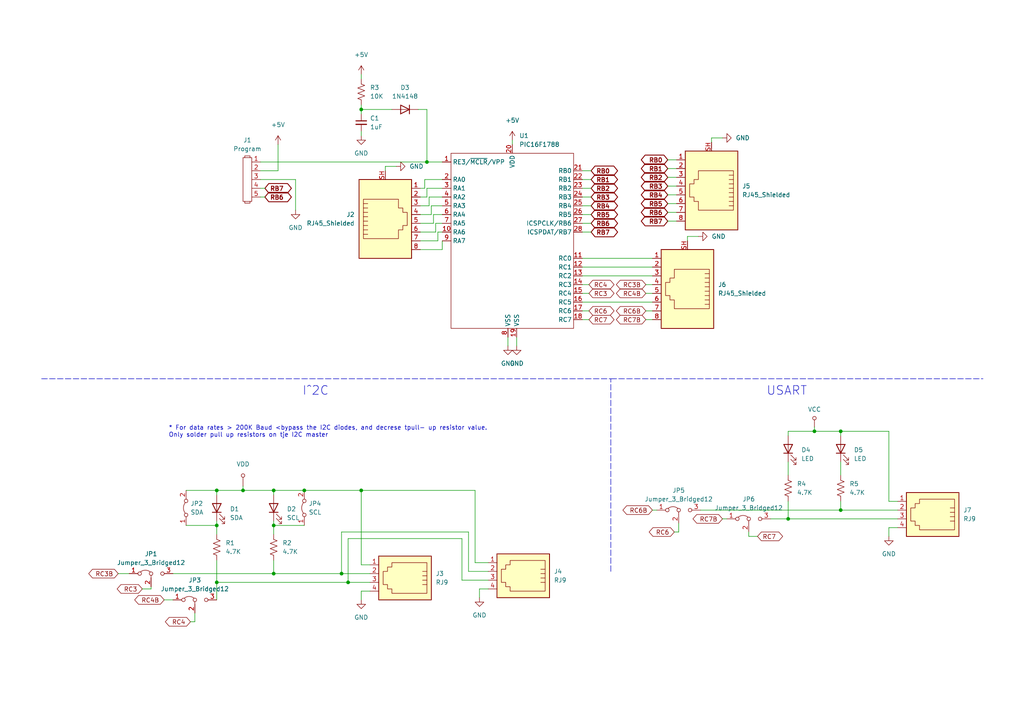
<source format=kicad_sch>
(kicad_sch
	(version 20231120)
	(generator "eeschema")
	(generator_version "8.0")
	(uuid "1e3b1fd4-68fe-444a-8bf4-2750f7f88533")
	(paper "A4")
	(lib_symbols
		(symbol "Connector:RJ45_Shielded"
			(pin_names
				(offset 1.016)
			)
			(exclude_from_sim no)
			(in_bom yes)
			(on_board yes)
			(property "Reference" "J"
				(at -5.08 13.97 0)
				(effects
					(font
						(size 1.27 1.27)
					)
					(justify right)
				)
			)
			(property "Value" "RJ45_Shielded"
				(at 2.54 13.97 0)
				(effects
					(font
						(size 1.27 1.27)
					)
					(justify left)
				)
			)
			(property "Footprint" ""
				(at 0 0.635 90)
				(effects
					(font
						(size 1.27 1.27)
					)
					(hide yes)
				)
			)
			(property "Datasheet" "~"
				(at 0 0.635 90)
				(effects
					(font
						(size 1.27 1.27)
					)
					(hide yes)
				)
			)
			(property "Description" "RJ connector, 8P8C (8 positions 8 connected), Shielded"
				(at 0 0 0)
				(effects
					(font
						(size 1.27 1.27)
					)
					(hide yes)
				)
			)
			(property "ki_keywords" "8P8C RJ female connector"
				(at 0 0 0)
				(effects
					(font
						(size 1.27 1.27)
					)
					(hide yes)
				)
			)
			(property "ki_fp_filters" "8P8C* RJ31* RJ32* RJ33* RJ34* RJ35* RJ41* RJ45* RJ49* RJ61*"
				(at 0 0 0)
				(effects
					(font
						(size 1.27 1.27)
					)
					(hide yes)
				)
			)
			(symbol "RJ45_Shielded_0_1"
				(polyline
					(pts
						(xy -5.08 4.445) (xy -6.35 4.445)
					)
					(stroke
						(width 0)
						(type default)
					)
					(fill
						(type none)
					)
				)
				(polyline
					(pts
						(xy -5.08 5.715) (xy -6.35 5.715)
					)
					(stroke
						(width 0)
						(type default)
					)
					(fill
						(type none)
					)
				)
				(polyline
					(pts
						(xy -6.35 -3.175) (xy -5.08 -3.175) (xy -5.08 -3.175)
					)
					(stroke
						(width 0)
						(type default)
					)
					(fill
						(type none)
					)
				)
				(polyline
					(pts
						(xy -6.35 -1.905) (xy -5.08 -1.905) (xy -5.08 -1.905)
					)
					(stroke
						(width 0)
						(type default)
					)
					(fill
						(type none)
					)
				)
				(polyline
					(pts
						(xy -6.35 -0.635) (xy -5.08 -0.635) (xy -5.08 -0.635)
					)
					(stroke
						(width 0)
						(type default)
					)
					(fill
						(type none)
					)
				)
				(polyline
					(pts
						(xy -6.35 0.635) (xy -5.08 0.635) (xy -5.08 0.635)
					)
					(stroke
						(width 0)
						(type default)
					)
					(fill
						(type none)
					)
				)
				(polyline
					(pts
						(xy -6.35 1.905) (xy -5.08 1.905) (xy -5.08 1.905)
					)
					(stroke
						(width 0)
						(type default)
					)
					(fill
						(type none)
					)
				)
				(polyline
					(pts
						(xy -5.08 3.175) (xy -6.35 3.175) (xy -6.35 3.175)
					)
					(stroke
						(width 0)
						(type default)
					)
					(fill
						(type none)
					)
				)
				(polyline
					(pts
						(xy -6.35 -4.445) (xy -6.35 6.985) (xy 3.81 6.985) (xy 3.81 4.445) (xy 5.08 4.445) (xy 5.08 3.175)
						(xy 6.35 3.175) (xy 6.35 -0.635) (xy 5.08 -0.635) (xy 5.08 -1.905) (xy 3.81 -1.905) (xy 3.81 -4.445)
						(xy -6.35 -4.445) (xy -6.35 -4.445)
					)
					(stroke
						(width 0)
						(type default)
					)
					(fill
						(type none)
					)
				)
				(rectangle
					(start 7.62 12.7)
					(end -7.62 -10.16)
					(stroke
						(width 0.254)
						(type default)
					)
					(fill
						(type background)
					)
				)
			)
			(symbol "RJ45_Shielded_1_1"
				(pin passive line
					(at 10.16 -7.62 180)
					(length 2.54)
					(name "~"
						(effects
							(font
								(size 1.27 1.27)
							)
						)
					)
					(number "1"
						(effects
							(font
								(size 1.27 1.27)
							)
						)
					)
				)
				(pin passive line
					(at 10.16 -5.08 180)
					(length 2.54)
					(name "~"
						(effects
							(font
								(size 1.27 1.27)
							)
						)
					)
					(number "2"
						(effects
							(font
								(size 1.27 1.27)
							)
						)
					)
				)
				(pin passive line
					(at 10.16 -2.54 180)
					(length 2.54)
					(name "~"
						(effects
							(font
								(size 1.27 1.27)
							)
						)
					)
					(number "3"
						(effects
							(font
								(size 1.27 1.27)
							)
						)
					)
				)
				(pin passive line
					(at 10.16 0 180)
					(length 2.54)
					(name "~"
						(effects
							(font
								(size 1.27 1.27)
							)
						)
					)
					(number "4"
						(effects
							(font
								(size 1.27 1.27)
							)
						)
					)
				)
				(pin passive line
					(at 10.16 2.54 180)
					(length 2.54)
					(name "~"
						(effects
							(font
								(size 1.27 1.27)
							)
						)
					)
					(number "5"
						(effects
							(font
								(size 1.27 1.27)
							)
						)
					)
				)
				(pin passive line
					(at 10.16 5.08 180)
					(length 2.54)
					(name "~"
						(effects
							(font
								(size 1.27 1.27)
							)
						)
					)
					(number "6"
						(effects
							(font
								(size 1.27 1.27)
							)
						)
					)
				)
				(pin passive line
					(at 10.16 7.62 180)
					(length 2.54)
					(name "~"
						(effects
							(font
								(size 1.27 1.27)
							)
						)
					)
					(number "7"
						(effects
							(font
								(size 1.27 1.27)
							)
						)
					)
				)
				(pin passive line
					(at 10.16 10.16 180)
					(length 2.54)
					(name "~"
						(effects
							(font
								(size 1.27 1.27)
							)
						)
					)
					(number "8"
						(effects
							(font
								(size 1.27 1.27)
							)
						)
					)
				)
				(pin passive line
					(at 0 -12.7 90)
					(length 2.54)
					(name "~"
						(effects
							(font
								(size 1.27 1.27)
							)
						)
					)
					(number "SH"
						(effects
							(font
								(size 1.27 1.27)
							)
						)
					)
				)
			)
		)
		(symbol "Connector:RJ9"
			(pin_names
				(offset 1.016)
			)
			(exclude_from_sim no)
			(in_bom yes)
			(on_board yes)
			(property "Reference" "J"
				(at -5.08 8.89 0)
				(effects
					(font
						(size 1.27 1.27)
					)
					(justify right)
				)
			)
			(property "Value" "RJ9"
				(at 2.54 8.89 0)
				(effects
					(font
						(size 1.27 1.27)
					)
					(justify left)
				)
			)
			(property "Footprint" ""
				(at 0 1.27 90)
				(effects
					(font
						(size 1.27 1.27)
					)
					(hide yes)
				)
			)
			(property "Datasheet" "~"
				(at 0 1.27 90)
				(effects
					(font
						(size 1.27 1.27)
					)
					(hide yes)
				)
			)
			(property "Description" "RJ connector, 4P4C (4 positions 4 connected)"
				(at 0 0 0)
				(effects
					(font
						(size 1.27 1.27)
					)
					(hide yes)
				)
			)
			(property "ki_keywords" "4P4C RJ female connector"
				(at 0 0 0)
				(effects
					(font
						(size 1.27 1.27)
					)
					(hide yes)
				)
			)
			(property "ki_fp_filters" "4P4C* RJ9* RJ10* RJ22*"
				(at 0 0 0)
				(effects
					(font
						(size 1.27 1.27)
					)
					(hide yes)
				)
			)
			(symbol "RJ9_0_1"
				(polyline
					(pts
						(xy -6.35 -0.635) (xy -5.08 -0.635) (xy -5.08 -0.635)
					)
					(stroke
						(width 0)
						(type default)
					)
					(fill
						(type none)
					)
				)
				(polyline
					(pts
						(xy -6.35 0.635) (xy -5.08 0.635) (xy -5.08 0.635)
					)
					(stroke
						(width 0)
						(type default)
					)
					(fill
						(type none)
					)
				)
				(polyline
					(pts
						(xy -6.35 1.905) (xy -5.08 1.905) (xy -5.08 1.905)
					)
					(stroke
						(width 0)
						(type default)
					)
					(fill
						(type none)
					)
				)
				(polyline
					(pts
						(xy -6.35 3.175) (xy -5.08 3.175) (xy -5.08 3.175)
					)
					(stroke
						(width 0)
						(type default)
					)
					(fill
						(type none)
					)
				)
				(polyline
					(pts
						(xy -6.35 -3.175) (xy -6.35 5.715) (xy -1.27 5.715) (xy 3.81 5.715) (xy 3.81 4.445) (xy 5.08 4.445)
						(xy 5.08 3.175) (xy 6.35 3.175) (xy 6.35 -0.635) (xy 5.08 -0.635) (xy 5.08 -1.905) (xy 3.81 -1.905)
						(xy 3.81 -3.175) (xy -6.35 -3.175) (xy -6.35 -3.175)
					)
					(stroke
						(width 0)
						(type default)
					)
					(fill
						(type none)
					)
				)
				(rectangle
					(start 7.62 7.62)
					(end -7.62 -5.08)
					(stroke
						(width 0.254)
						(type default)
					)
					(fill
						(type background)
					)
				)
			)
			(symbol "RJ9_1_1"
				(pin passive line
					(at 10.16 -2.54 180)
					(length 2.54)
					(name "~"
						(effects
							(font
								(size 1.27 1.27)
							)
						)
					)
					(number "1"
						(effects
							(font
								(size 1.27 1.27)
							)
						)
					)
				)
				(pin passive line
					(at 10.16 0 180)
					(length 2.54)
					(name "~"
						(effects
							(font
								(size 1.27 1.27)
							)
						)
					)
					(number "2"
						(effects
							(font
								(size 1.27 1.27)
							)
						)
					)
				)
				(pin passive line
					(at 10.16 2.54 180)
					(length 2.54)
					(name "~"
						(effects
							(font
								(size 1.27 1.27)
							)
						)
					)
					(number "3"
						(effects
							(font
								(size 1.27 1.27)
							)
						)
					)
				)
				(pin passive line
					(at 10.16 5.08 180)
					(length 2.54)
					(name "~"
						(effects
							(font
								(size 1.27 1.27)
							)
						)
					)
					(number "4"
						(effects
							(font
								(size 1.27 1.27)
							)
						)
					)
				)
			)
		)
		(symbol "Custom Components:PIC16LF1788"
			(exclude_from_sim no)
			(in_bom yes)
			(on_board yes)
			(property "Reference" "U"
				(at -8.89 -41.91 0)
				(effects
					(font
						(size 1.27 1.27)
					)
				)
			)
			(property "Value" "PIC16LF1788"
				(at -8.89 -44.45 0)
				(effects
					(font
						(size 1.27 1.27)
					)
				)
			)
			(property "Footprint" ""
				(at -8.89 -44.45 0)
				(effects
					(font
						(size 1.27 1.27)
					)
					(hide yes)
				)
			)
			(property "Datasheet" ""
				(at -8.89 -44.45 0)
				(effects
					(font
						(size 1.27 1.27)
					)
					(hide yes)
				)
			)
			(property "Description" ""
				(at 0 0 0)
				(effects
					(font
						(size 1.27 1.27)
					)
					(hide yes)
				)
			)
			(symbol "PIC16LF1788_0_1"
				(rectangle
					(start -17.78 -7.62)
					(end 17.78 -58.42)
					(stroke
						(width 0)
						(type default)
					)
					(fill
						(type none)
					)
				)
			)
			(symbol "PIC16LF1788_1_1"
				(pin bidirectional line
					(at -20.32 -10.16 0)
					(length 2.54)
					(name "RE3/~{MCLR}/VPP"
						(effects
							(font
								(size 1.27 1.27)
							)
						)
					)
					(number "1"
						(effects
							(font
								(size 1.27 1.27)
							)
						)
					)
				)
				(pin bidirectional line
					(at -20.32 -30.48 0)
					(length 2.54)
					(name "RA6"
						(effects
							(font
								(size 1.27 1.27)
							)
						)
					)
					(number "10"
						(effects
							(font
								(size 1.27 1.27)
							)
						)
					)
				)
				(pin bidirectional line
					(at 20.32 -38.1 180)
					(length 2.54)
					(name "RC0"
						(effects
							(font
								(size 1.27 1.27)
							)
						)
					)
					(number "11"
						(effects
							(font
								(size 1.27 1.27)
							)
						)
					)
				)
				(pin bidirectional line
					(at 20.32 -40.64 180)
					(length 2.54)
					(name "RC1"
						(effects
							(font
								(size 1.27 1.27)
							)
						)
					)
					(number "12"
						(effects
							(font
								(size 1.27 1.27)
							)
						)
					)
				)
				(pin bidirectional line
					(at 20.32 -43.18 180)
					(length 2.54)
					(name "RC2"
						(effects
							(font
								(size 1.27 1.27)
							)
						)
					)
					(number "13"
						(effects
							(font
								(size 1.27 1.27)
							)
						)
					)
				)
				(pin bidirectional line
					(at 20.32 -45.72 180)
					(length 2.54)
					(name "RC3"
						(effects
							(font
								(size 1.27 1.27)
							)
						)
					)
					(number "14"
						(effects
							(font
								(size 1.27 1.27)
							)
						)
					)
				)
				(pin bidirectional line
					(at 20.32 -48.26 180)
					(length 2.54)
					(name "RC4"
						(effects
							(font
								(size 1.27 1.27)
							)
						)
					)
					(number "15"
						(effects
							(font
								(size 1.27 1.27)
							)
						)
					)
				)
				(pin bidirectional line
					(at 20.32 -50.8 180)
					(length 2.54)
					(name "RC5"
						(effects
							(font
								(size 1.27 1.27)
							)
						)
					)
					(number "16"
						(effects
							(font
								(size 1.27 1.27)
							)
						)
					)
				)
				(pin bidirectional line
					(at 20.32 -53.34 180)
					(length 2.54)
					(name "RC6"
						(effects
							(font
								(size 1.27 1.27)
							)
						)
					)
					(number "17"
						(effects
							(font
								(size 1.27 1.27)
							)
						)
					)
				)
				(pin bidirectional line
					(at 20.32 -55.88 180)
					(length 2.54)
					(name "RC7"
						(effects
							(font
								(size 1.27 1.27)
							)
						)
					)
					(number "18"
						(effects
							(font
								(size 1.27 1.27)
							)
						)
					)
				)
				(pin bidirectional line
					(at 1.27 -60.96 90)
					(length 2.54)
					(name "VSS"
						(effects
							(font
								(size 1.27 1.27)
							)
						)
					)
					(number "19"
						(effects
							(font
								(size 1.27 1.27)
							)
						)
					)
				)
				(pin bidirectional line
					(at -20.32 -15.24 0)
					(length 2.54)
					(name "RA0"
						(effects
							(font
								(size 1.27 1.27)
							)
						)
					)
					(number "2"
						(effects
							(font
								(size 1.27 1.27)
							)
						)
					)
				)
				(pin bidirectional line
					(at 0 -5.08 270)
					(length 2.54)
					(name "VDD"
						(effects
							(font
								(size 1.27 1.27)
							)
						)
					)
					(number "20"
						(effects
							(font
								(size 1.27 1.27)
							)
						)
					)
				)
				(pin bidirectional line
					(at 20.32 -12.7 180)
					(length 2.54)
					(name "RB0"
						(effects
							(font
								(size 1.27 1.27)
							)
						)
					)
					(number "21"
						(effects
							(font
								(size 1.27 1.27)
							)
						)
					)
				)
				(pin bidirectional line
					(at 20.32 -15.24 180)
					(length 2.54)
					(name "RB1"
						(effects
							(font
								(size 1.27 1.27)
							)
						)
					)
					(number "22"
						(effects
							(font
								(size 1.27 1.27)
							)
						)
					)
				)
				(pin bidirectional line
					(at 20.32 -17.78 180)
					(length 2.54)
					(name "RB2"
						(effects
							(font
								(size 1.27 1.27)
							)
						)
					)
					(number "23"
						(effects
							(font
								(size 1.27 1.27)
							)
						)
					)
				)
				(pin bidirectional line
					(at 20.32 -20.32 180)
					(length 2.54)
					(name "RB3"
						(effects
							(font
								(size 1.27 1.27)
							)
						)
					)
					(number "24"
						(effects
							(font
								(size 1.27 1.27)
							)
						)
					)
				)
				(pin bidirectional line
					(at 20.32 -22.86 180)
					(length 2.54)
					(name "RB4"
						(effects
							(font
								(size 1.27 1.27)
							)
						)
					)
					(number "25"
						(effects
							(font
								(size 1.27 1.27)
							)
						)
					)
				)
				(pin bidirectional line
					(at 20.32 -25.4 180)
					(length 2.54)
					(name "RB5"
						(effects
							(font
								(size 1.27 1.27)
							)
						)
					)
					(number "26"
						(effects
							(font
								(size 1.27 1.27)
							)
						)
					)
				)
				(pin bidirectional line
					(at 20.32 -27.94 180)
					(length 2.54)
					(name "ICSPCLK/RB6"
						(effects
							(font
								(size 1.27 1.27)
							)
						)
					)
					(number "27"
						(effects
							(font
								(size 1.27 1.27)
							)
						)
					)
				)
				(pin bidirectional line
					(at 20.32 -30.48 180)
					(length 2.54)
					(name "ICSPDAT/RB7"
						(effects
							(font
								(size 1.27 1.27)
							)
						)
					)
					(number "28"
						(effects
							(font
								(size 1.27 1.27)
							)
						)
					)
				)
				(pin bidirectional line
					(at -20.32 -17.78 0)
					(length 2.54)
					(name "RA1"
						(effects
							(font
								(size 1.27 1.27)
							)
						)
					)
					(number "3"
						(effects
							(font
								(size 1.27 1.27)
							)
						)
					)
				)
				(pin bidirectional line
					(at -20.32 -20.32 0)
					(length 2.54)
					(name "RA2"
						(effects
							(font
								(size 1.27 1.27)
							)
						)
					)
					(number "4"
						(effects
							(font
								(size 1.27 1.27)
							)
						)
					)
				)
				(pin bidirectional line
					(at -20.32 -22.86 0)
					(length 2.54)
					(name "RA3"
						(effects
							(font
								(size 1.27 1.27)
							)
						)
					)
					(number "5"
						(effects
							(font
								(size 1.27 1.27)
							)
						)
					)
				)
				(pin bidirectional line
					(at -20.32 -25.4 0)
					(length 2.54)
					(name "RA4"
						(effects
							(font
								(size 1.27 1.27)
							)
						)
					)
					(number "6"
						(effects
							(font
								(size 1.27 1.27)
							)
						)
					)
				)
				(pin bidirectional line
					(at -20.32 -27.94 0)
					(length 2.54)
					(name "RA5"
						(effects
							(font
								(size 1.27 1.27)
							)
						)
					)
					(number "7"
						(effects
							(font
								(size 1.27 1.27)
							)
						)
					)
				)
				(pin bidirectional line
					(at -1.27 -60.96 90)
					(length 2.54)
					(name "VSS"
						(effects
							(font
								(size 1.27 1.27)
							)
						)
					)
					(number "8"
						(effects
							(font
								(size 1.27 1.27)
							)
						)
					)
				)
				(pin bidirectional line
					(at -20.32 -33.02 0)
					(length 2.54)
					(name "RA7"
						(effects
							(font
								(size 1.27 1.27)
							)
						)
					)
					(number "9"
						(effects
							(font
								(size 1.27 1.27)
							)
						)
					)
				)
			)
		)
		(symbol "Custom Symbols:5pinheader"
			(exclude_from_sim no)
			(in_bom yes)
			(on_board yes)
			(property "Reference" "J"
				(at -1.016 0.508 0)
				(effects
					(font
						(size 1.27 1.27)
					)
				)
			)
			(property "Value" "5pinheader"
				(at -1.016 0.508 0)
				(effects
					(font
						(size 1.27 1.27)
					)
				)
			)
			(property "Footprint" ""
				(at -1.016 0.508 0)
				(effects
					(font
						(size 1.27 1.27)
					)
					(hide yes)
				)
			)
			(property "Datasheet" ""
				(at -1.016 0.508 0)
				(effects
					(font
						(size 1.27 1.27)
					)
					(hide yes)
				)
			)
			(property "Description" ""
				(at 0 0 0)
				(effects
					(font
						(size 1.27 1.27)
					)
					(hide yes)
				)
			)
			(symbol "5pinheader_0_1"
				(rectangle
					(start 0 -1.27)
					(end -2.54 -13.97)
					(stroke
						(width 0)
						(type default)
					)
					(fill
						(type none)
					)
				)
				(polyline
					(pts
						(xy -2.032 -1.27) (xy -2.032 -0.762) (xy -0.508 -0.762) (xy -0.508 -1.27)
					)
					(stroke
						(width 0)
						(type default)
					)
					(fill
						(type none)
					)
				)
				(polyline
					(pts
						(xy -0.508 -13.97) (xy -0.508 -14.478) (xy -2.032 -14.478) (xy -2.032 -13.97)
					)
					(stroke
						(width 0)
						(type default)
					)
					(fill
						(type none)
					)
				)
			)
			(symbol "5pinheader_1_1"
				(pin bidirectional line
					(at 2.54 -2.54 180)
					(length 2.54)
					(name ""
						(effects
							(font
								(size 1.27 1.27)
							)
						)
					)
					(number "1"
						(effects
							(font
								(size 1.27 1.27)
							)
						)
					)
				)
				(pin bidirectional line
					(at 2.54 -5.08 180)
					(length 2.54)
					(name ""
						(effects
							(font
								(size 1.27 1.27)
							)
						)
					)
					(number "2"
						(effects
							(font
								(size 1.27 1.27)
							)
						)
					)
				)
				(pin bidirectional line
					(at 2.54 -7.62 180)
					(length 2.54)
					(name ""
						(effects
							(font
								(size 1.27 1.27)
							)
						)
					)
					(number "3"
						(effects
							(font
								(size 1.27 1.27)
							)
						)
					)
				)
				(pin bidirectional line
					(at 2.54 -10.16 180)
					(length 2.54)
					(name ""
						(effects
							(font
								(size 1.27 1.27)
							)
						)
					)
					(number "4"
						(effects
							(font
								(size 1.27 1.27)
							)
						)
					)
				)
				(pin bidirectional line
					(at 2.54 -12.7 180)
					(length 2.54)
					(name ""
						(effects
							(font
								(size 1.27 1.27)
							)
						)
					)
					(number "5"
						(effects
							(font
								(size 1.27 1.27)
							)
						)
					)
				)
			)
		)
		(symbol "Device:C_Small"
			(pin_numbers hide)
			(pin_names
				(offset 0.254) hide)
			(exclude_from_sim no)
			(in_bom yes)
			(on_board yes)
			(property "Reference" "C"
				(at 0.254 1.778 0)
				(effects
					(font
						(size 1.27 1.27)
					)
					(justify left)
				)
			)
			(property "Value" "C_Small"
				(at 0.254 -2.032 0)
				(effects
					(font
						(size 1.27 1.27)
					)
					(justify left)
				)
			)
			(property "Footprint" ""
				(at 0 0 0)
				(effects
					(font
						(size 1.27 1.27)
					)
					(hide yes)
				)
			)
			(property "Datasheet" "~"
				(at 0 0 0)
				(effects
					(font
						(size 1.27 1.27)
					)
					(hide yes)
				)
			)
			(property "Description" "Unpolarized capacitor, small symbol"
				(at 0 0 0)
				(effects
					(font
						(size 1.27 1.27)
					)
					(hide yes)
				)
			)
			(property "ki_keywords" "capacitor cap"
				(at 0 0 0)
				(effects
					(font
						(size 1.27 1.27)
					)
					(hide yes)
				)
			)
			(property "ki_fp_filters" "C_*"
				(at 0 0 0)
				(effects
					(font
						(size 1.27 1.27)
					)
					(hide yes)
				)
			)
			(symbol "C_Small_0_1"
				(polyline
					(pts
						(xy -1.524 -0.508) (xy 1.524 -0.508)
					)
					(stroke
						(width 0.3302)
						(type default)
					)
					(fill
						(type none)
					)
				)
				(polyline
					(pts
						(xy -1.524 0.508) (xy 1.524 0.508)
					)
					(stroke
						(width 0.3048)
						(type default)
					)
					(fill
						(type none)
					)
				)
			)
			(symbol "C_Small_1_1"
				(pin passive line
					(at 0 2.54 270)
					(length 2.032)
					(name "~"
						(effects
							(font
								(size 1.27 1.27)
							)
						)
					)
					(number "1"
						(effects
							(font
								(size 1.27 1.27)
							)
						)
					)
				)
				(pin passive line
					(at 0 -2.54 90)
					(length 2.032)
					(name "~"
						(effects
							(font
								(size 1.27 1.27)
							)
						)
					)
					(number "2"
						(effects
							(font
								(size 1.27 1.27)
							)
						)
					)
				)
			)
		)
		(symbol "Device:LED"
			(pin_numbers hide)
			(pin_names
				(offset 1.016) hide)
			(exclude_from_sim no)
			(in_bom yes)
			(on_board yes)
			(property "Reference" "D"
				(at 0 2.54 0)
				(effects
					(font
						(size 1.27 1.27)
					)
				)
			)
			(property "Value" "LED"
				(at 0 -2.54 0)
				(effects
					(font
						(size 1.27 1.27)
					)
				)
			)
			(property "Footprint" ""
				(at 0 0 0)
				(effects
					(font
						(size 1.27 1.27)
					)
					(hide yes)
				)
			)
			(property "Datasheet" "~"
				(at 0 0 0)
				(effects
					(font
						(size 1.27 1.27)
					)
					(hide yes)
				)
			)
			(property "Description" "Light emitting diode"
				(at 0 0 0)
				(effects
					(font
						(size 1.27 1.27)
					)
					(hide yes)
				)
			)
			(property "ki_keywords" "LED diode"
				(at 0 0 0)
				(effects
					(font
						(size 1.27 1.27)
					)
					(hide yes)
				)
			)
			(property "ki_fp_filters" "LED* LED_SMD:* LED_THT:*"
				(at 0 0 0)
				(effects
					(font
						(size 1.27 1.27)
					)
					(hide yes)
				)
			)
			(symbol "LED_0_1"
				(polyline
					(pts
						(xy -1.27 -1.27) (xy -1.27 1.27)
					)
					(stroke
						(width 0.254)
						(type default)
					)
					(fill
						(type none)
					)
				)
				(polyline
					(pts
						(xy -1.27 0) (xy 1.27 0)
					)
					(stroke
						(width 0)
						(type default)
					)
					(fill
						(type none)
					)
				)
				(polyline
					(pts
						(xy 1.27 -1.27) (xy 1.27 1.27) (xy -1.27 0) (xy 1.27 -1.27)
					)
					(stroke
						(width 0.254)
						(type default)
					)
					(fill
						(type none)
					)
				)
				(polyline
					(pts
						(xy -3.048 -0.762) (xy -4.572 -2.286) (xy -3.81 -2.286) (xy -4.572 -2.286) (xy -4.572 -1.524)
					)
					(stroke
						(width 0)
						(type default)
					)
					(fill
						(type none)
					)
				)
				(polyline
					(pts
						(xy -1.778 -0.762) (xy -3.302 -2.286) (xy -2.54 -2.286) (xy -3.302 -2.286) (xy -3.302 -1.524)
					)
					(stroke
						(width 0)
						(type default)
					)
					(fill
						(type none)
					)
				)
			)
			(symbol "LED_1_1"
				(pin passive line
					(at -3.81 0 0)
					(length 2.54)
					(name "K"
						(effects
							(font
								(size 1.27 1.27)
							)
						)
					)
					(number "1"
						(effects
							(font
								(size 1.27 1.27)
							)
						)
					)
				)
				(pin passive line
					(at 3.81 0 180)
					(length 2.54)
					(name "A"
						(effects
							(font
								(size 1.27 1.27)
							)
						)
					)
					(number "2"
						(effects
							(font
								(size 1.27 1.27)
							)
						)
					)
				)
			)
		)
		(symbol "Device:R_US"
			(pin_numbers hide)
			(pin_names
				(offset 0)
			)
			(exclude_from_sim no)
			(in_bom yes)
			(on_board yes)
			(property "Reference" "R"
				(at 2.54 0 90)
				(effects
					(font
						(size 1.27 1.27)
					)
				)
			)
			(property "Value" "R_US"
				(at -2.54 0 90)
				(effects
					(font
						(size 1.27 1.27)
					)
				)
			)
			(property "Footprint" ""
				(at 1.016 -0.254 90)
				(effects
					(font
						(size 1.27 1.27)
					)
					(hide yes)
				)
			)
			(property "Datasheet" "~"
				(at 0 0 0)
				(effects
					(font
						(size 1.27 1.27)
					)
					(hide yes)
				)
			)
			(property "Description" "Resistor, US symbol"
				(at 0 0 0)
				(effects
					(font
						(size 1.27 1.27)
					)
					(hide yes)
				)
			)
			(property "ki_keywords" "R res resistor"
				(at 0 0 0)
				(effects
					(font
						(size 1.27 1.27)
					)
					(hide yes)
				)
			)
			(property "ki_fp_filters" "R_*"
				(at 0 0 0)
				(effects
					(font
						(size 1.27 1.27)
					)
					(hide yes)
				)
			)
			(symbol "R_US_0_1"
				(polyline
					(pts
						(xy 0 -2.286) (xy 0 -2.54)
					)
					(stroke
						(width 0)
						(type default)
					)
					(fill
						(type none)
					)
				)
				(polyline
					(pts
						(xy 0 2.286) (xy 0 2.54)
					)
					(stroke
						(width 0)
						(type default)
					)
					(fill
						(type none)
					)
				)
				(polyline
					(pts
						(xy 0 -0.762) (xy 1.016 -1.143) (xy 0 -1.524) (xy -1.016 -1.905) (xy 0 -2.286)
					)
					(stroke
						(width 0)
						(type default)
					)
					(fill
						(type none)
					)
				)
				(polyline
					(pts
						(xy 0 0.762) (xy 1.016 0.381) (xy 0 0) (xy -1.016 -0.381) (xy 0 -0.762)
					)
					(stroke
						(width 0)
						(type default)
					)
					(fill
						(type none)
					)
				)
				(polyline
					(pts
						(xy 0 2.286) (xy 1.016 1.905) (xy 0 1.524) (xy -1.016 1.143) (xy 0 0.762)
					)
					(stroke
						(width 0)
						(type default)
					)
					(fill
						(type none)
					)
				)
			)
			(symbol "R_US_1_1"
				(pin passive line
					(at 0 3.81 270)
					(length 1.27)
					(name "~"
						(effects
							(font
								(size 1.27 1.27)
							)
						)
					)
					(number "1"
						(effects
							(font
								(size 1.27 1.27)
							)
						)
					)
				)
				(pin passive line
					(at 0 -3.81 90)
					(length 1.27)
					(name "~"
						(effects
							(font
								(size 1.27 1.27)
							)
						)
					)
					(number "2"
						(effects
							(font
								(size 1.27 1.27)
							)
						)
					)
				)
			)
		)
		(symbol "Diode:1N4148"
			(pin_numbers hide)
			(pin_names
				(offset 1.016) hide)
			(exclude_from_sim no)
			(in_bom yes)
			(on_board yes)
			(property "Reference" "D"
				(at 0 2.54 0)
				(effects
					(font
						(size 1.27 1.27)
					)
				)
			)
			(property "Value" "1N4148"
				(at 0 -2.54 0)
				(effects
					(font
						(size 1.27 1.27)
					)
				)
			)
			(property "Footprint" "Diode_THT:D_DO-35_SOD27_P7.62mm_Horizontal"
				(at 0 -4.445 0)
				(effects
					(font
						(size 1.27 1.27)
					)
					(hide yes)
				)
			)
			(property "Datasheet" "https://assets.nexperia.com/documents/data-sheet/1N4148_1N4448.pdf"
				(at 0 0 0)
				(effects
					(font
						(size 1.27 1.27)
					)
					(hide yes)
				)
			)
			(property "Description" "100V 0.15A standard switching diode, DO-35"
				(at 0 0 0)
				(effects
					(font
						(size 1.27 1.27)
					)
					(hide yes)
				)
			)
			(property "ki_keywords" "diode"
				(at 0 0 0)
				(effects
					(font
						(size 1.27 1.27)
					)
					(hide yes)
				)
			)
			(property "ki_fp_filters" "D*DO?35*"
				(at 0 0 0)
				(effects
					(font
						(size 1.27 1.27)
					)
					(hide yes)
				)
			)
			(symbol "1N4148_0_1"
				(polyline
					(pts
						(xy -1.27 1.27) (xy -1.27 -1.27)
					)
					(stroke
						(width 0.254)
						(type default)
					)
					(fill
						(type none)
					)
				)
				(polyline
					(pts
						(xy 1.27 0) (xy -1.27 0)
					)
					(stroke
						(width 0)
						(type default)
					)
					(fill
						(type none)
					)
				)
				(polyline
					(pts
						(xy 1.27 1.27) (xy 1.27 -1.27) (xy -1.27 0) (xy 1.27 1.27)
					)
					(stroke
						(width 0.254)
						(type default)
					)
					(fill
						(type none)
					)
				)
			)
			(symbol "1N4148_1_1"
				(pin passive line
					(at -3.81 0 0)
					(length 2.54)
					(name "K"
						(effects
							(font
								(size 1.27 1.27)
							)
						)
					)
					(number "1"
						(effects
							(font
								(size 1.27 1.27)
							)
						)
					)
				)
				(pin passive line
					(at 3.81 0 180)
					(length 2.54)
					(name "A"
						(effects
							(font
								(size 1.27 1.27)
							)
						)
					)
					(number "2"
						(effects
							(font
								(size 1.27 1.27)
							)
						)
					)
				)
			)
		)
		(symbol "Jumper:Jumper_2_Bridged"
			(pin_names
				(offset 0) hide)
			(exclude_from_sim no)
			(in_bom yes)
			(on_board yes)
			(property "Reference" "JP"
				(at 0 1.905 0)
				(effects
					(font
						(size 1.27 1.27)
					)
				)
			)
			(property "Value" "Jumper_2_Bridged"
				(at 0 -2.54 0)
				(effects
					(font
						(size 1.27 1.27)
					)
				)
			)
			(property "Footprint" ""
				(at 0 0 0)
				(effects
					(font
						(size 1.27 1.27)
					)
					(hide yes)
				)
			)
			(property "Datasheet" "~"
				(at 0 0 0)
				(effects
					(font
						(size 1.27 1.27)
					)
					(hide yes)
				)
			)
			(property "Description" "Jumper, 2-pole, closed/bridged"
				(at 0 0 0)
				(effects
					(font
						(size 1.27 1.27)
					)
					(hide yes)
				)
			)
			(property "ki_keywords" "Jumper SPST"
				(at 0 0 0)
				(effects
					(font
						(size 1.27 1.27)
					)
					(hide yes)
				)
			)
			(property "ki_fp_filters" "Jumper* TestPoint*2Pads* TestPoint*Bridge*"
				(at 0 0 0)
				(effects
					(font
						(size 1.27 1.27)
					)
					(hide yes)
				)
			)
			(symbol "Jumper_2_Bridged_0_0"
				(circle
					(center -2.032 0)
					(radius 0.508)
					(stroke
						(width 0)
						(type default)
					)
					(fill
						(type none)
					)
				)
				(circle
					(center 2.032 0)
					(radius 0.508)
					(stroke
						(width 0)
						(type default)
					)
					(fill
						(type none)
					)
				)
			)
			(symbol "Jumper_2_Bridged_0_1"
				(arc
					(start 1.524 0.254)
					(mid 0 0.762)
					(end -1.524 0.254)
					(stroke
						(width 0)
						(type default)
					)
					(fill
						(type none)
					)
				)
			)
			(symbol "Jumper_2_Bridged_1_1"
				(pin passive line
					(at -5.08 0 0)
					(length 2.54)
					(name "A"
						(effects
							(font
								(size 1.27 1.27)
							)
						)
					)
					(number "1"
						(effects
							(font
								(size 1.27 1.27)
							)
						)
					)
				)
				(pin passive line
					(at 5.08 0 180)
					(length 2.54)
					(name "B"
						(effects
							(font
								(size 1.27 1.27)
							)
						)
					)
					(number "2"
						(effects
							(font
								(size 1.27 1.27)
							)
						)
					)
				)
			)
		)
		(symbol "Jumper:Jumper_3_Bridged12"
			(pin_names
				(offset 0) hide)
			(exclude_from_sim no)
			(in_bom yes)
			(on_board yes)
			(property "Reference" "JP"
				(at -2.54 -2.54 0)
				(effects
					(font
						(size 1.27 1.27)
					)
				)
			)
			(property "Value" "Jumper_3_Bridged12"
				(at 0 2.794 0)
				(effects
					(font
						(size 1.27 1.27)
					)
				)
			)
			(property "Footprint" ""
				(at 0 0 0)
				(effects
					(font
						(size 1.27 1.27)
					)
					(hide yes)
				)
			)
			(property "Datasheet" "~"
				(at 0 0 0)
				(effects
					(font
						(size 1.27 1.27)
					)
					(hide yes)
				)
			)
			(property "Description" "Jumper, 3-pole, pins 1+2 closed/bridged"
				(at 0 0 0)
				(effects
					(font
						(size 1.27 1.27)
					)
					(hide yes)
				)
			)
			(property "ki_keywords" "Jumper SPDT"
				(at 0 0 0)
				(effects
					(font
						(size 1.27 1.27)
					)
					(hide yes)
				)
			)
			(property "ki_fp_filters" "Jumper* TestPoint*3Pads* TestPoint*Bridge*"
				(at 0 0 0)
				(effects
					(font
						(size 1.27 1.27)
					)
					(hide yes)
				)
			)
			(symbol "Jumper_3_Bridged12_0_0"
				(circle
					(center -3.302 0)
					(radius 0.508)
					(stroke
						(width 0)
						(type default)
					)
					(fill
						(type none)
					)
				)
				(circle
					(center 0 0)
					(radius 0.508)
					(stroke
						(width 0)
						(type default)
					)
					(fill
						(type none)
					)
				)
				(circle
					(center 3.302 0)
					(radius 0.508)
					(stroke
						(width 0)
						(type default)
					)
					(fill
						(type none)
					)
				)
			)
			(symbol "Jumper_3_Bridged12_0_1"
				(arc
					(start -0.254 0.508)
					(mid -1.651 0.9912)
					(end -3.048 0.508)
					(stroke
						(width 0)
						(type default)
					)
					(fill
						(type none)
					)
				)
				(polyline
					(pts
						(xy 0 -1.27) (xy 0 -0.508)
					)
					(stroke
						(width 0)
						(type default)
					)
					(fill
						(type none)
					)
				)
			)
			(symbol "Jumper_3_Bridged12_1_1"
				(pin passive line
					(at -6.35 0 0)
					(length 2.54)
					(name "A"
						(effects
							(font
								(size 1.27 1.27)
							)
						)
					)
					(number "1"
						(effects
							(font
								(size 1.27 1.27)
							)
						)
					)
				)
				(pin passive line
					(at 0 -3.81 90)
					(length 2.54)
					(name "C"
						(effects
							(font
								(size 1.27 1.27)
							)
						)
					)
					(number "2"
						(effects
							(font
								(size 1.27 1.27)
							)
						)
					)
				)
				(pin passive line
					(at 6.35 0 180)
					(length 2.54)
					(name "B"
						(effects
							(font
								(size 1.27 1.27)
							)
						)
					)
					(number "3"
						(effects
							(font
								(size 1.27 1.27)
							)
						)
					)
				)
			)
		)
		(symbol "Power_symbols:VCC"
			(power)
			(exclude_from_sim no)
			(in_bom no)
			(on_board no)
			(property "Reference" "#PWR"
				(at 0 0 0)
				(effects
					(font
						(size 1.27 1.27)
					)
					(hide yes)
				)
			)
			(property "Value" "VCC"
				(at 0 0 0)
				(effects
					(font
						(size 1.27 1.27)
					)
				)
			)
			(property "Footprint" ""
				(at 0 0 0)
				(effects
					(font
						(size 1.27 1.27)
					)
					(hide yes)
				)
			)
			(property "Datasheet" ""
				(at 0 0 0)
				(effects
					(font
						(size 1.27 1.27)
					)
					(hide yes)
				)
			)
			(property "Description" ""
				(at 0 0 0)
				(effects
					(font
						(size 1.27 1.27)
					)
					(hide yes)
				)
			)
			(symbol "VCC_0_1"
				(circle
					(center 0 -2.54)
					(radius 0.508)
					(stroke
						(width 0)
						(type default)
					)
					(fill
						(type none)
					)
				)
			)
			(symbol "VCC_1_1"
				(pin power_out line
					(at 0 -5.08 90)
					(length 2.032)
					(name ""
						(effects
							(font
								(size 1.27 1.27)
							)
						)
					)
					(number ""
						(effects
							(font
								(size 1.27 1.27)
							)
						)
					)
				)
			)
		)
		(symbol "Power_symbols:VDD"
			(power)
			(exclude_from_sim no)
			(in_bom no)
			(on_board no)
			(property "Reference" "#PWR"
				(at 0 0 0)
				(effects
					(font
						(size 1.27 1.27)
					)
					(hide yes)
				)
			)
			(property "Value" "VDD"
				(at 0 0 0)
				(effects
					(font
						(size 1.27 1.27)
					)
				)
			)
			(property "Footprint" ""
				(at 0 0 0)
				(effects
					(font
						(size 1.27 1.27)
					)
					(hide yes)
				)
			)
			(property "Datasheet" ""
				(at 0 0 0)
				(effects
					(font
						(size 1.27 1.27)
					)
					(hide yes)
				)
			)
			(property "Description" ""
				(at 0 0 0)
				(effects
					(font
						(size 1.27 1.27)
					)
					(hide yes)
				)
			)
			(symbol "VDD_0_1"
				(circle
					(center 0 -2.032)
					(radius 0.508)
					(stroke
						(width 0)
						(type default)
					)
					(fill
						(type none)
					)
				)
			)
			(symbol "VDD_1_1"
				(pin power_out line
					(at 0 -5.08 90)
					(length 2.54)
					(name ""
						(effects
							(font
								(size 1.27 1.27)
							)
						)
					)
					(number ""
						(effects
							(font
								(size 1.27 1.27)
							)
						)
					)
				)
			)
		)
		(symbol "power:+5V"
			(power)
			(pin_names
				(offset 0)
			)
			(exclude_from_sim no)
			(in_bom yes)
			(on_board yes)
			(property "Reference" "#PWR"
				(at 0 -3.81 0)
				(effects
					(font
						(size 1.27 1.27)
					)
					(hide yes)
				)
			)
			(property "Value" "+5V"
				(at 0 3.556 0)
				(effects
					(font
						(size 1.27 1.27)
					)
				)
			)
			(property "Footprint" ""
				(at 0 0 0)
				(effects
					(font
						(size 1.27 1.27)
					)
					(hide yes)
				)
			)
			(property "Datasheet" ""
				(at 0 0 0)
				(effects
					(font
						(size 1.27 1.27)
					)
					(hide yes)
				)
			)
			(property "Description" "Power symbol creates a global label with name \"+5V\""
				(at 0 0 0)
				(effects
					(font
						(size 1.27 1.27)
					)
					(hide yes)
				)
			)
			(property "ki_keywords" "power-flag"
				(at 0 0 0)
				(effects
					(font
						(size 1.27 1.27)
					)
					(hide yes)
				)
			)
			(symbol "+5V_0_1"
				(polyline
					(pts
						(xy -0.762 1.27) (xy 0 2.54)
					)
					(stroke
						(width 0)
						(type default)
					)
					(fill
						(type none)
					)
				)
				(polyline
					(pts
						(xy 0 0) (xy 0 2.54)
					)
					(stroke
						(width 0)
						(type default)
					)
					(fill
						(type none)
					)
				)
				(polyline
					(pts
						(xy 0 2.54) (xy 0.762 1.27)
					)
					(stroke
						(width 0)
						(type default)
					)
					(fill
						(type none)
					)
				)
			)
			(symbol "+5V_1_1"
				(pin power_in line
					(at 0 0 90)
					(length 0) hide
					(name "+5V"
						(effects
							(font
								(size 1.27 1.27)
							)
						)
					)
					(number "1"
						(effects
							(font
								(size 1.27 1.27)
							)
						)
					)
				)
			)
		)
		(symbol "power:GND"
			(power)
			(pin_names
				(offset 0)
			)
			(exclude_from_sim no)
			(in_bom yes)
			(on_board yes)
			(property "Reference" "#PWR"
				(at 0 -6.35 0)
				(effects
					(font
						(size 1.27 1.27)
					)
					(hide yes)
				)
			)
			(property "Value" "GND"
				(at 0 -3.81 0)
				(effects
					(font
						(size 1.27 1.27)
					)
				)
			)
			(property "Footprint" ""
				(at 0 0 0)
				(effects
					(font
						(size 1.27 1.27)
					)
					(hide yes)
				)
			)
			(property "Datasheet" ""
				(at 0 0 0)
				(effects
					(font
						(size 1.27 1.27)
					)
					(hide yes)
				)
			)
			(property "Description" "Power symbol creates a global label with name \"GND\" , ground"
				(at 0 0 0)
				(effects
					(font
						(size 1.27 1.27)
					)
					(hide yes)
				)
			)
			(property "ki_keywords" "power-flag"
				(at 0 0 0)
				(effects
					(font
						(size 1.27 1.27)
					)
					(hide yes)
				)
			)
			(symbol "GND_0_1"
				(polyline
					(pts
						(xy 0 0) (xy 0 -1.27) (xy 1.27 -1.27) (xy 0 -2.54) (xy -1.27 -1.27) (xy 0 -1.27)
					)
					(stroke
						(width 0)
						(type default)
					)
					(fill
						(type none)
					)
				)
			)
			(symbol "GND_1_1"
				(pin power_in line
					(at 0 0 270)
					(length 0) hide
					(name "GND"
						(effects
							(font
								(size 1.27 1.27)
							)
						)
					)
					(number "1"
						(effects
							(font
								(size 1.27 1.27)
							)
						)
					)
				)
			)
		)
	)
	(junction
		(at 100.965 168.91)
		(diameter 0)
		(color 0 0 0 0)
		(uuid "0457cd5f-fc7f-4526-98b3-5a183029e08f")
	)
	(junction
		(at 243.84 125.095)
		(diameter 0)
		(color 0 0 0 0)
		(uuid "0f213238-b183-4959-9b37-21bc76c736b6")
	)
	(junction
		(at 62.865 168.91)
		(diameter 0)
		(color 0 0 0 0)
		(uuid "2a2d19b4-6c82-408c-88c0-2f665c7b0088")
	)
	(junction
		(at 70.485 142.24)
		(diameter 0)
		(color 0 0 0 0)
		(uuid "3690fb00-67da-4e5b-b00a-3e78f66389aa")
	)
	(junction
		(at 123.825 46.99)
		(diameter 0)
		(color 0 0 0 0)
		(uuid "3f796efe-079a-4a91-8094-5a60f08ccb50")
	)
	(junction
		(at 79.375 152.4)
		(diameter 0)
		(color 0 0 0 0)
		(uuid "44ee0a05-442f-4a8d-8d33-71861e9f7e0e")
	)
	(junction
		(at 104.775 31.75)
		(diameter 0)
		(color 0 0 0 0)
		(uuid "657420f5-582b-4bb8-98dc-bba6280a6313")
	)
	(junction
		(at 88.265 142.24)
		(diameter 0)
		(color 0 0 0 0)
		(uuid "6d898861-990c-4415-844c-b56a4e126281")
	)
	(junction
		(at 104.775 142.24)
		(diameter 0)
		(color 0 0 0 0)
		(uuid "735caf77-a177-458b-aff9-dfe5a54f1824")
	)
	(junction
		(at 79.375 142.24)
		(diameter 0)
		(color 0 0 0 0)
		(uuid "9dfe23fa-c7a3-4f7f-939b-dbae4bf133ad")
	)
	(junction
		(at 99.06 166.37)
		(diameter 0)
		(color 0 0 0 0)
		(uuid "b219dd2a-03c4-43f5-b9aa-fbb7cece8d00")
	)
	(junction
		(at 79.375 166.37)
		(diameter 0)
		(color 0 0 0 0)
		(uuid "b4c1cefa-be24-499f-8fca-7ea094e7dd35")
	)
	(junction
		(at 228.6 150.495)
		(diameter 0)
		(color 0 0 0 0)
		(uuid "ba58ab4d-2e52-44f1-af6c-a39c1f01db21")
	)
	(junction
		(at 62.865 142.24)
		(diameter 0)
		(color 0 0 0 0)
		(uuid "c3c95320-d501-4851-8161-646fdcc787fa")
	)
	(junction
		(at 62.865 152.4)
		(diameter 0)
		(color 0 0 0 0)
		(uuid "d02ce12e-2387-4f2d-a134-032fc0a77c78")
	)
	(junction
		(at 243.84 147.955)
		(diameter 0)
		(color 0 0 0 0)
		(uuid "d6d0fefc-e611-408c-9882-6ad9945f8d22")
	)
	(junction
		(at 236.22 125.095)
		(diameter 0)
		(color 0 0 0 0)
		(uuid "d6d5aefb-6cb9-466e-bee9-56aa0f38dbd2")
	)
	(polyline
		(pts
			(xy 177.165 165.735) (xy 177.165 109.855)
		)
		(stroke
			(width 0)
			(type dash)
		)
		(uuid "0362b101-8814-46cb-930c-001c86de0d92")
	)
	(wire
		(pts
			(xy 209.55 150.495) (xy 210.82 150.495)
		)
		(stroke
			(width 0)
			(type default)
		)
		(uuid "04f164d6-ef2b-46bc-b804-b96e58a97d82")
	)
	(wire
		(pts
			(xy 260.35 147.955) (xy 243.84 147.955)
		)
		(stroke
			(width 0)
			(type default)
		)
		(uuid "074f2737-5032-40d7-a376-3bff95978a2e")
	)
	(wire
		(pts
			(xy 125.73 62.23) (xy 128.27 62.23)
		)
		(stroke
			(width 0)
			(type default)
		)
		(uuid "08799c7b-cbd4-4fb3-8b30-e07dc5afb67d")
	)
	(wire
		(pts
			(xy 228.6 125.095) (xy 228.6 126.365)
		)
		(stroke
			(width 0)
			(type default)
		)
		(uuid "0ced0960-aa38-44c9-bb56-eec9f9317a09")
	)
	(wire
		(pts
			(xy 121.92 62.23) (xy 125.095 62.23)
		)
		(stroke
			(width 0)
			(type default)
		)
		(uuid "12a2d63b-5743-46a4-91b2-d0b5d483abbc")
	)
	(wire
		(pts
			(xy 137.795 142.24) (xy 137.795 163.195)
		)
		(stroke
			(width 0)
			(type default)
		)
		(uuid "13350903-d3ce-49e2-9827-5b7ad5f5ce8e")
	)
	(wire
		(pts
			(xy 133.985 168.275) (xy 133.985 156.21)
		)
		(stroke
			(width 0)
			(type default)
		)
		(uuid "135b2f2e-462c-495c-bc73-4ccb39ee5e89")
	)
	(wire
		(pts
			(xy 126.365 64.77) (xy 128.27 64.77)
		)
		(stroke
			(width 0)
			(type default)
		)
		(uuid "13b942f4-70b4-4c16-8221-c0d89d92d9f4")
	)
	(wire
		(pts
			(xy 196.215 61.595) (xy 193.675 61.595)
		)
		(stroke
			(width 0)
			(type default)
		)
		(uuid "140b843e-075c-4591-af7a-4e43f6d2298f")
	)
	(wire
		(pts
			(xy 114.935 48.26) (xy 111.76 48.26)
		)
		(stroke
			(width 0)
			(type default)
		)
		(uuid "143825b9-75a5-4134-a16e-62c66f5a54f7")
	)
	(wire
		(pts
			(xy 187.325 92.71) (xy 189.23 92.71)
		)
		(stroke
			(width 0)
			(type default)
		)
		(uuid "15746d11-f507-4e9a-978b-aa6fb3eeedfd")
	)
	(wire
		(pts
			(xy 56.515 180.34) (xy 56.515 177.8)
		)
		(stroke
			(width 0)
			(type default)
		)
		(uuid "17ab6836-cafd-4b85-bf64-564a0c60bbb3")
	)
	(wire
		(pts
			(xy 168.91 67.31) (xy 171.45 67.31)
		)
		(stroke
			(width 0)
			(type default)
		)
		(uuid "17e22ba1-1885-4851-90e4-29cf80ee26c1")
	)
	(wire
		(pts
			(xy 107.315 163.83) (xy 104.775 163.83)
		)
		(stroke
			(width 0)
			(type default)
		)
		(uuid "1847e9e9-06c0-424c-a225-ca672c24bb50")
	)
	(wire
		(pts
			(xy 149.86 97.79) (xy 149.86 100.33)
		)
		(stroke
			(width 0)
			(type default)
		)
		(uuid "1c1de626-984f-412d-a6d7-ea38e489f11d")
	)
	(wire
		(pts
			(xy 100.965 168.91) (xy 107.315 168.91)
		)
		(stroke
			(width 0)
			(type default)
		)
		(uuid "20472dc5-9122-43aa-b07f-5d9c60ebe35b")
	)
	(wire
		(pts
			(xy 228.6 145.415) (xy 228.6 150.495)
		)
		(stroke
			(width 0)
			(type default)
		)
		(uuid "22f6e9ce-692f-45f0-bbb1-d9321af36691")
	)
	(wire
		(pts
			(xy 243.84 147.955) (xy 243.84 145.415)
		)
		(stroke
			(width 0)
			(type default)
		)
		(uuid "2448b286-b7a8-4c08-881d-4c79c5033e51")
	)
	(wire
		(pts
			(xy 125.73 64.77) (xy 125.73 62.23)
		)
		(stroke
			(width 0)
			(type default)
		)
		(uuid "2574a4f3-703d-4230-a195-7bce5fe9917f")
	)
	(wire
		(pts
			(xy 121.285 31.75) (xy 123.825 31.75)
		)
		(stroke
			(width 0)
			(type default)
		)
		(uuid "27a58c41-ae0c-45f6-b4b8-8e02832b2000")
	)
	(wire
		(pts
			(xy 80.645 49.53) (xy 80.645 41.91)
		)
		(stroke
			(width 0)
			(type default)
		)
		(uuid "2bb07360-8fd3-40d9-9de8-07c7664286d6")
	)
	(wire
		(pts
			(xy 168.91 62.23) (xy 171.45 62.23)
		)
		(stroke
			(width 0)
			(type default)
		)
		(uuid "2c54187a-1e27-484a-8ce8-eccb9dd780d0")
	)
	(wire
		(pts
			(xy 141.605 163.195) (xy 137.795 163.195)
		)
		(stroke
			(width 0)
			(type default)
		)
		(uuid "2eb7ede8-1808-4fa3-9f65-f8864fca5318")
	)
	(wire
		(pts
			(xy 79.375 166.37) (xy 99.06 166.37)
		)
		(stroke
			(width 0)
			(type default)
		)
		(uuid "30d8f3c2-06f6-4361-9922-2f220027593e")
	)
	(wire
		(pts
			(xy 34.29 166.37) (xy 37.465 166.37)
		)
		(stroke
			(width 0)
			(type default)
		)
		(uuid "324022ce-9776-4dab-8462-c5a087549942")
	)
	(wire
		(pts
			(xy 196.215 64.135) (xy 193.675 64.135)
		)
		(stroke
			(width 0)
			(type default)
		)
		(uuid "32629255-265e-4b18-ac2a-cb94f4e386af")
	)
	(wire
		(pts
			(xy 123.19 54.61) (xy 123.19 52.07)
		)
		(stroke
			(width 0)
			(type default)
		)
		(uuid "33e5d043-1e43-455a-9649-c5bd31d5f046")
	)
	(wire
		(pts
			(xy 123.825 31.75) (xy 123.825 46.99)
		)
		(stroke
			(width 0)
			(type default)
		)
		(uuid "36493e5b-86c3-4461-aea4-a6d562c716a2")
	)
	(wire
		(pts
			(xy 70.485 140.97) (xy 70.485 142.24)
		)
		(stroke
			(width 0)
			(type default)
		)
		(uuid "36d2a969-541e-42d0-8855-cfce24f86cbc")
	)
	(wire
		(pts
			(xy 100.965 156.21) (xy 100.965 168.91)
		)
		(stroke
			(width 0)
			(type default)
		)
		(uuid "380b5094-9e34-41f5-a5c2-f7e7dffb4e88")
	)
	(wire
		(pts
			(xy 243.84 125.095) (xy 236.22 125.095)
		)
		(stroke
			(width 0)
			(type default)
		)
		(uuid "3859904b-3c46-401a-afdd-fc3c479d53f3")
	)
	(wire
		(pts
			(xy 104.775 142.24) (xy 88.265 142.24)
		)
		(stroke
			(width 0)
			(type default)
		)
		(uuid "3885b6ba-6dbe-4a1f-b460-f4c2ee254cb6")
	)
	(wire
		(pts
			(xy 199.39 68.58) (xy 199.39 69.85)
		)
		(stroke
			(width 0)
			(type default)
		)
		(uuid "3a166662-52c7-48b9-ba8e-817bc37a3a17")
	)
	(wire
		(pts
			(xy 196.215 48.895) (xy 193.675 48.895)
		)
		(stroke
			(width 0)
			(type default)
		)
		(uuid "3acaf2cb-c85e-4da7-a01c-68d5e206fee6")
	)
	(wire
		(pts
			(xy 127 69.85) (xy 127 67.31)
		)
		(stroke
			(width 0)
			(type default)
		)
		(uuid "3b288875-2ce0-47d9-83ab-a1573d82ddd3")
	)
	(wire
		(pts
			(xy 121.92 54.61) (xy 123.19 54.61)
		)
		(stroke
			(width 0)
			(type default)
		)
		(uuid "3e00aa32-5294-41b4-808d-f0897709a833")
	)
	(wire
		(pts
			(xy 62.865 151.13) (xy 62.865 152.4)
		)
		(stroke
			(width 0)
			(type default)
		)
		(uuid "4322f20a-594e-4550-9b42-75d972dc2c64")
	)
	(wire
		(pts
			(xy 104.775 38.1) (xy 104.775 39.37)
		)
		(stroke
			(width 0)
			(type default)
		)
		(uuid "44d75afb-5d15-4465-b626-f2d6c9c4c270")
	)
	(wire
		(pts
			(xy 85.725 60.96) (xy 85.725 52.07)
		)
		(stroke
			(width 0)
			(type default)
		)
		(uuid "455d4b30-c730-4fee-a47d-f61676b37c9b")
	)
	(wire
		(pts
			(xy 203.2 147.955) (xy 243.84 147.955)
		)
		(stroke
			(width 0)
			(type default)
		)
		(uuid "461434ca-56ef-4d03-9af4-d964e103b3f1")
	)
	(wire
		(pts
			(xy 104.775 171.45) (xy 107.315 171.45)
		)
		(stroke
			(width 0)
			(type default)
		)
		(uuid "474a0393-816c-463b-b3ac-73ee8846f62d")
	)
	(wire
		(pts
			(xy 196.215 53.975) (xy 193.675 53.975)
		)
		(stroke
			(width 0)
			(type default)
		)
		(uuid "49921ec0-8359-461c-af7b-aa80d5e0d89d")
	)
	(wire
		(pts
			(xy 55.245 180.34) (xy 56.515 180.34)
		)
		(stroke
			(width 0)
			(type default)
		)
		(uuid "4f114756-70e1-4ac9-b7c2-61299630a533")
	)
	(wire
		(pts
			(xy 50.165 166.37) (xy 79.375 166.37)
		)
		(stroke
			(width 0)
			(type default)
		)
		(uuid "4f3b5937-0838-471d-96ce-8532e5faf8e2")
	)
	(wire
		(pts
			(xy 243.84 133.985) (xy 243.84 137.795)
		)
		(stroke
			(width 0)
			(type default)
		)
		(uuid "4f64d010-921d-4427-8eac-5d4047ea856b")
	)
	(wire
		(pts
			(xy 125.095 59.69) (xy 128.27 59.69)
		)
		(stroke
			(width 0)
			(type default)
		)
		(uuid "5065cac9-bee6-47ed-b893-108aab4f42d3")
	)
	(wire
		(pts
			(xy 88.265 142.24) (xy 79.375 142.24)
		)
		(stroke
			(width 0)
			(type default)
		)
		(uuid "52316726-b756-43b5-9c8d-2110953e4647")
	)
	(wire
		(pts
			(xy 111.76 48.26) (xy 111.76 49.53)
		)
		(stroke
			(width 0)
			(type default)
		)
		(uuid "55c6a0e3-2c48-470b-9595-425722f7204c")
	)
	(wire
		(pts
			(xy 124.46 59.69) (xy 124.46 57.15)
		)
		(stroke
			(width 0)
			(type default)
		)
		(uuid "589b8a81-dff5-4ed8-8d90-a26c2f360859")
	)
	(wire
		(pts
			(xy 135.89 165.735) (xy 141.605 165.735)
		)
		(stroke
			(width 0)
			(type default)
		)
		(uuid "58c4eac6-307e-4e0b-b3d8-4190f5003d5a")
	)
	(wire
		(pts
			(xy 139.065 173.355) (xy 139.065 170.815)
		)
		(stroke
			(width 0)
			(type default)
		)
		(uuid "5ae9296e-7aa4-4344-b51b-32858a01b34d")
	)
	(wire
		(pts
			(xy 223.52 150.495) (xy 228.6 150.495)
		)
		(stroke
			(width 0)
			(type default)
		)
		(uuid "5cf824a4-fe1a-46c1-a107-ee3063f5d546")
	)
	(wire
		(pts
			(xy 196.215 59.055) (xy 193.675 59.055)
		)
		(stroke
			(width 0)
			(type default)
		)
		(uuid "5e5d52cf-d20d-47bc-acf7-848817dcb7d9")
	)
	(wire
		(pts
			(xy 79.375 162.56) (xy 79.375 166.37)
		)
		(stroke
			(width 0)
			(type default)
		)
		(uuid "5fa65b46-0a73-4201-b27b-4a502133c64b")
	)
	(wire
		(pts
			(xy 62.865 168.91) (xy 62.865 173.99)
		)
		(stroke
			(width 0)
			(type default)
		)
		(uuid "6660f805-4a43-4959-96df-1513d48cac5f")
	)
	(wire
		(pts
			(xy 168.91 90.17) (xy 170.815 90.17)
		)
		(stroke
			(width 0)
			(type default)
		)
		(uuid "6794f9d6-e6ef-4f5c-a9ff-8aaad253d092")
	)
	(wire
		(pts
			(xy 133.985 168.275) (xy 141.605 168.275)
		)
		(stroke
			(width 0)
			(type default)
		)
		(uuid "6a142ba4-a8d8-4937-a8fd-6a003116561a")
	)
	(wire
		(pts
			(xy 99.06 154.305) (xy 99.06 166.37)
		)
		(stroke
			(width 0)
			(type default)
		)
		(uuid "6d6abdbc-8957-48cd-911f-7630a1fdd260")
	)
	(wire
		(pts
			(xy 135.89 154.305) (xy 99.06 154.305)
		)
		(stroke
			(width 0)
			(type default)
		)
		(uuid "6ee8fdab-feaf-4b5f-bc68-f2659e0d460a")
	)
	(wire
		(pts
			(xy 75.565 46.99) (xy 123.825 46.99)
		)
		(stroke
			(width 0)
			(type default)
		)
		(uuid "7194a482-7707-4c21-a0c2-8b7ca162efae")
	)
	(wire
		(pts
			(xy 126.365 67.31) (xy 126.365 64.77)
		)
		(stroke
			(width 0)
			(type default)
		)
		(uuid "73eb8cce-d31f-424a-b1d5-e63d534c181c")
	)
	(wire
		(pts
			(xy 139.065 170.815) (xy 141.605 170.815)
		)
		(stroke
			(width 0)
			(type default)
		)
		(uuid "74262339-43ba-4dd6-bee6-78e34c96ee2d")
	)
	(wire
		(pts
			(xy 53.975 152.4) (xy 62.865 152.4)
		)
		(stroke
			(width 0)
			(type default)
		)
		(uuid "7479d38d-f5cc-4297-a436-9d3e934e8076")
	)
	(wire
		(pts
			(xy 123.825 57.15) (xy 123.825 54.61)
		)
		(stroke
			(width 0)
			(type default)
		)
		(uuid "75785a9d-e8e5-4262-a935-bd9f40efbb72")
	)
	(wire
		(pts
			(xy 75.565 49.53) (xy 80.645 49.53)
		)
		(stroke
			(width 0)
			(type default)
		)
		(uuid "78f9ef95-ee35-44bd-8e41-088e0787d1e7")
	)
	(wire
		(pts
			(xy 47.625 173.99) (xy 50.165 173.99)
		)
		(stroke
			(width 0)
			(type default)
		)
		(uuid "7912ec05-f2d3-41f2-842f-4bd467e40ee3")
	)
	(wire
		(pts
			(xy 70.485 142.24) (xy 79.375 142.24)
		)
		(stroke
			(width 0)
			(type default)
		)
		(uuid "79cf03a9-e73b-4126-a22f-0221908f503b")
	)
	(wire
		(pts
			(xy 168.91 87.63) (xy 189.23 87.63)
		)
		(stroke
			(width 0)
			(type default)
		)
		(uuid "7a209e34-1ecb-4559-938c-b81e4e1b6917")
	)
	(wire
		(pts
			(xy 257.81 145.415) (xy 257.81 125.095)
		)
		(stroke
			(width 0)
			(type default)
		)
		(uuid "7c788df1-dd22-4247-b5a9-aefa3b4bc86f")
	)
	(wire
		(pts
			(xy 236.22 123.825) (xy 236.22 125.095)
		)
		(stroke
			(width 0)
			(type default)
		)
		(uuid "7d55aaa7-7769-4eb8-bdf3-49e7a1bfe0c4")
	)
	(wire
		(pts
			(xy 104.775 31.75) (xy 104.775 33.02)
		)
		(stroke
			(width 0)
			(type default)
		)
		(uuid "81b9bb51-d1c9-4a6e-8be7-9473d0e6d2d6")
	)
	(wire
		(pts
			(xy 189.23 147.955) (xy 190.5 147.955)
		)
		(stroke
			(width 0)
			(type default)
		)
		(uuid "839cc281-382a-480b-8c00-441124e988c0")
	)
	(wire
		(pts
			(xy 121.92 69.85) (xy 127 69.85)
		)
		(stroke
			(width 0)
			(type default)
		)
		(uuid "83cc00d5-9476-491d-b7fa-1ceb05aadf02")
	)
	(wire
		(pts
			(xy 202.565 68.58) (xy 199.39 68.58)
		)
		(stroke
			(width 0)
			(type default)
		)
		(uuid "8480c2c3-f4c5-43f2-a45c-dea8ce6fe1ad")
	)
	(wire
		(pts
			(xy 127 67.31) (xy 128.27 67.31)
		)
		(stroke
			(width 0)
			(type default)
		)
		(uuid "857f8b63-861b-4606-a453-4a0c1a3dfbd6")
	)
	(wire
		(pts
			(xy 196.85 154.305) (xy 196.85 151.765)
		)
		(stroke
			(width 0)
			(type default)
		)
		(uuid "86840211-08ee-445d-8cab-4d6b3cd11ca7")
	)
	(wire
		(pts
			(xy 123.825 54.61) (xy 128.27 54.61)
		)
		(stroke
			(width 0)
			(type default)
		)
		(uuid "88bd2dcf-1a68-4910-959a-e24e223b450a")
	)
	(wire
		(pts
			(xy 128.27 72.39) (xy 128.27 69.85)
		)
		(stroke
			(width 0)
			(type default)
		)
		(uuid "88df5292-0e3c-47cf-9847-b4d927f7609d")
	)
	(wire
		(pts
			(xy 168.91 82.55) (xy 170.815 82.55)
		)
		(stroke
			(width 0)
			(type default)
		)
		(uuid "8aa55287-013b-4e23-89e6-05fa2f555761")
	)
	(wire
		(pts
			(xy 196.215 51.435) (xy 193.675 51.435)
		)
		(stroke
			(width 0)
			(type default)
		)
		(uuid "8e4b88c4-8e00-4453-8832-3bcf871efef6")
	)
	(wire
		(pts
			(xy 206.375 40.005) (xy 206.375 41.275)
		)
		(stroke
			(width 0)
			(type default)
		)
		(uuid "8f1a6389-a847-4c72-9439-db9acfe6bd27")
	)
	(wire
		(pts
			(xy 121.92 59.69) (xy 124.46 59.69)
		)
		(stroke
			(width 0)
			(type default)
		)
		(uuid "90e9bcfd-5fd5-4f57-9d19-5e8f0801fb7e")
	)
	(wire
		(pts
			(xy 168.91 54.61) (xy 171.45 54.61)
		)
		(stroke
			(width 0)
			(type default)
		)
		(uuid "90f8e5e6-ca4e-422c-8f00-aa01ef2f6d33")
	)
	(wire
		(pts
			(xy 243.84 125.095) (xy 243.84 126.365)
		)
		(stroke
			(width 0)
			(type default)
		)
		(uuid "92113227-d3fb-4833-9abd-fc33985f8ca9")
	)
	(wire
		(pts
			(xy 260.35 153.035) (xy 257.81 153.035)
		)
		(stroke
			(width 0)
			(type default)
		)
		(uuid "943ba6c0-c8c3-40b1-9a3e-ddf2ac73bd88")
	)
	(wire
		(pts
			(xy 75.565 57.15) (xy 76.835 57.15)
		)
		(stroke
			(width 0)
			(type default)
		)
		(uuid "97c9f282-6bbf-4752-be4d-b928ed0b66fc")
	)
	(wire
		(pts
			(xy 209.55 40.005) (xy 206.375 40.005)
		)
		(stroke
			(width 0)
			(type default)
		)
		(uuid "99a882d5-1531-4506-9405-a3909497324e")
	)
	(wire
		(pts
			(xy 217.17 155.575) (xy 217.17 154.305)
		)
		(stroke
			(width 0)
			(type default)
		)
		(uuid "a22ef444-a6db-49b2-a2d0-bb9b52e2a86c")
	)
	(wire
		(pts
			(xy 168.91 59.69) (xy 171.45 59.69)
		)
		(stroke
			(width 0)
			(type default)
		)
		(uuid "a414021a-bd5e-4f02-8b2b-7d61f7eaee06")
	)
	(wire
		(pts
			(xy 75.565 54.61) (xy 76.835 54.61)
		)
		(stroke
			(width 0)
			(type default)
		)
		(uuid "a4b3b6c2-a7e6-4056-aa4f-69273bc67593")
	)
	(wire
		(pts
			(xy 123.19 52.07) (xy 128.27 52.07)
		)
		(stroke
			(width 0)
			(type default)
		)
		(uuid "a67c7461-8057-4a50-8843-e35b8c7e3efe")
	)
	(wire
		(pts
			(xy 196.215 56.515) (xy 193.675 56.515)
		)
		(stroke
			(width 0)
			(type default)
		)
		(uuid "a8635988-6c95-4e22-bd77-d9e1176724bb")
	)
	(wire
		(pts
			(xy 43.815 170.815) (xy 43.815 170.18)
		)
		(stroke
			(width 0)
			(type default)
		)
		(uuid "a86e1260-ede7-4ac2-8aa1-dc0986cd67bb")
	)
	(wire
		(pts
			(xy 62.865 152.4) (xy 62.865 154.94)
		)
		(stroke
			(width 0)
			(type default)
		)
		(uuid "a9ed441e-536d-4d61-aa4f-155853d2c07f")
	)
	(wire
		(pts
			(xy 260.35 145.415) (xy 257.81 145.415)
		)
		(stroke
			(width 0)
			(type default)
		)
		(uuid "aa71d402-7c6d-400d-9b29-798367093009")
	)
	(wire
		(pts
			(xy 62.865 168.91) (xy 100.965 168.91)
		)
		(stroke
			(width 0)
			(type default)
		)
		(uuid "b00fb421-d027-45a1-b1b1-593d37b1e4d9")
	)
	(wire
		(pts
			(xy 257.81 153.035) (xy 257.81 155.575)
		)
		(stroke
			(width 0)
			(type default)
		)
		(uuid "b25cab7c-60c9-46e7-acb8-3cdddb5fdb27")
	)
	(wire
		(pts
			(xy 104.775 30.48) (xy 104.775 31.75)
		)
		(stroke
			(width 0)
			(type default)
		)
		(uuid "b3dca549-8d9a-4883-afab-3e3dc2446063")
	)
	(wire
		(pts
			(xy 128.27 46.99) (xy 123.825 46.99)
		)
		(stroke
			(width 0)
			(type default)
		)
		(uuid "b5322ebd-446e-4583-ba5f-6995d4bddf3a")
	)
	(wire
		(pts
			(xy 147.32 97.79) (xy 147.32 100.33)
		)
		(stroke
			(width 0)
			(type default)
		)
		(uuid "b672aaf0-9202-482a-9116-e3427e7cd941")
	)
	(wire
		(pts
			(xy 168.91 74.93) (xy 189.23 74.93)
		)
		(stroke
			(width 0)
			(type default)
		)
		(uuid "b6ecb05c-eca3-44f4-b159-bc893b229af0")
	)
	(wire
		(pts
			(xy 196.215 46.355) (xy 193.675 46.355)
		)
		(stroke
			(width 0)
			(type default)
		)
		(uuid "b8c0127c-2115-4f5e-8b1d-a0de349aa665")
	)
	(wire
		(pts
			(xy 121.92 57.15) (xy 123.825 57.15)
		)
		(stroke
			(width 0)
			(type default)
		)
		(uuid "badc0682-25a1-47fb-9212-39a318af15c7")
	)
	(wire
		(pts
			(xy 219.71 155.575) (xy 217.17 155.575)
		)
		(stroke
			(width 0)
			(type default)
		)
		(uuid "befc7a7f-767c-4b05-9b13-a4b49107600f")
	)
	(wire
		(pts
			(xy 62.865 143.51) (xy 62.865 142.24)
		)
		(stroke
			(width 0)
			(type default)
		)
		(uuid "c06c6542-ed99-450e-82d5-93dcfe88f51f")
	)
	(wire
		(pts
			(xy 135.89 165.735) (xy 135.89 154.305)
		)
		(stroke
			(width 0)
			(type default)
		)
		(uuid "c0881e45-5910-4175-9303-33834a5a5d27")
	)
	(wire
		(pts
			(xy 187.325 90.17) (xy 189.23 90.17)
		)
		(stroke
			(width 0)
			(type default)
		)
		(uuid "c19b42eb-c961-4d2f-b269-b7a8a81964b2")
	)
	(polyline
		(pts
			(xy 12.065 109.855) (xy 177.165 109.855)
		)
		(stroke
			(width 0)
			(type dash)
		)
		(uuid "c2a45155-75d3-4bc6-9bea-fa57d3d54ace")
	)
	(wire
		(pts
			(xy 104.775 173.99) (xy 104.775 171.45)
		)
		(stroke
			(width 0)
			(type default)
		)
		(uuid "c60c50e9-cf32-4063-b7c2-f487f68386d8")
	)
	(wire
		(pts
			(xy 137.795 142.24) (xy 104.775 142.24)
		)
		(stroke
			(width 0)
			(type default)
		)
		(uuid "c73589cf-b13c-421b-b03b-5db518d97f9d")
	)
	(wire
		(pts
			(xy 124.46 57.15) (xy 128.27 57.15)
		)
		(stroke
			(width 0)
			(type default)
		)
		(uuid "cae53ade-a92e-4e35-9d89-af091c3769ca")
	)
	(wire
		(pts
			(xy 168.91 92.71) (xy 170.815 92.71)
		)
		(stroke
			(width 0)
			(type default)
		)
		(uuid "cc111e62-f329-4bc9-9bf8-f7e069c3cb0c")
	)
	(wire
		(pts
			(xy 187.325 82.55) (xy 189.23 82.55)
		)
		(stroke
			(width 0)
			(type default)
		)
		(uuid "cfc1531b-b0b0-489a-a96a-a53dfa175345")
	)
	(wire
		(pts
			(xy 125.095 62.23) (xy 125.095 59.69)
		)
		(stroke
			(width 0)
			(type default)
		)
		(uuid "d114d6f2-64e5-4d2f-b91d-b3b3acd800f7")
	)
	(wire
		(pts
			(xy 168.91 80.01) (xy 189.23 80.01)
		)
		(stroke
			(width 0)
			(type default)
		)
		(uuid "d151fb74-9e36-4508-9d85-6d6553ddc567")
	)
	(wire
		(pts
			(xy 168.91 57.15) (xy 171.45 57.15)
		)
		(stroke
			(width 0)
			(type default)
		)
		(uuid "d1cead3c-698a-4bf0-9e0e-ada5180fd051")
	)
	(wire
		(pts
			(xy 79.375 151.13) (xy 79.375 152.4)
		)
		(stroke
			(width 0)
			(type default)
		)
		(uuid "d5b41dc3-9b7b-4190-80d6-fdee859df04b")
	)
	(wire
		(pts
			(xy 228.6 150.495) (xy 260.35 150.495)
		)
		(stroke
			(width 0)
			(type default)
		)
		(uuid "d6d45500-da5c-40d7-b32d-7ae391582ecc")
	)
	(wire
		(pts
			(xy 168.91 77.47) (xy 189.23 77.47)
		)
		(stroke
			(width 0)
			(type default)
		)
		(uuid "d848f390-a340-405b-bcbb-3dac435114b0")
	)
	(wire
		(pts
			(xy 168.91 49.53) (xy 171.45 49.53)
		)
		(stroke
			(width 0)
			(type default)
		)
		(uuid "d9cf4a59-0c81-4653-84d6-96fc48df50d4")
	)
	(wire
		(pts
			(xy 168.91 85.09) (xy 170.815 85.09)
		)
		(stroke
			(width 0)
			(type default)
		)
		(uuid "da1215e8-038d-4238-844e-be1d1b7c8b8c")
	)
	(wire
		(pts
			(xy 79.375 142.24) (xy 79.375 143.51)
		)
		(stroke
			(width 0)
			(type default)
		)
		(uuid "daa30ab9-54f4-471a-81f3-10cbe5fc008a")
	)
	(wire
		(pts
			(xy 195.58 154.305) (xy 196.85 154.305)
		)
		(stroke
			(width 0)
			(type default)
		)
		(uuid "dbf57862-8e84-4741-9f00-07b84668eea4")
	)
	(wire
		(pts
			(xy 104.775 21.59) (xy 104.775 22.86)
		)
		(stroke
			(width 0)
			(type default)
		)
		(uuid "dd60b55d-da89-49b4-ae24-91f2d7e0ea9f")
	)
	(wire
		(pts
			(xy 228.6 133.985) (xy 228.6 137.795)
		)
		(stroke
			(width 0)
			(type default)
		)
		(uuid "dd7941fa-db97-42a0-9459-182705552ae6")
	)
	(wire
		(pts
			(xy 104.775 163.83) (xy 104.775 142.24)
		)
		(stroke
			(width 0)
			(type default)
		)
		(uuid "dff65028-ec27-4d9c-88b7-9351fae3bb6a")
	)
	(polyline
		(pts
			(xy 177.165 109.855) (xy 285.115 109.855)
		)
		(stroke
			(width 0)
			(type dash)
		)
		(uuid "e087a9f7-9afb-4f49-b4eb-ed9243d2d787")
	)
	(wire
		(pts
			(xy 99.06 166.37) (xy 107.315 166.37)
		)
		(stroke
			(width 0)
			(type default)
		)
		(uuid "e3a4adc6-4a15-4fc5-89d7-8375e7d8158c")
	)
	(wire
		(pts
			(xy 236.22 125.095) (xy 228.6 125.095)
		)
		(stroke
			(width 0)
			(type default)
		)
		(uuid "e65b38d2-3320-4dda-9f3e-63cfac334ab8")
	)
	(wire
		(pts
			(xy 41.275 170.815) (xy 43.815 170.815)
		)
		(stroke
			(width 0)
			(type default)
		)
		(uuid "e6957a75-6c64-48b4-9c84-b1fa5095712f")
	)
	(wire
		(pts
			(xy 79.375 152.4) (xy 88.265 152.4)
		)
		(stroke
			(width 0)
			(type default)
		)
		(uuid "e7007c17-f178-43e4-8433-05a5fc97a32a")
	)
	(wire
		(pts
			(xy 187.325 85.09) (xy 189.23 85.09)
		)
		(stroke
			(width 0)
			(type default)
		)
		(uuid "e7e0192a-5afa-424b-9406-763500e7fb8f")
	)
	(wire
		(pts
			(xy 53.975 142.24) (xy 62.865 142.24)
		)
		(stroke
			(width 0)
			(type default)
		)
		(uuid "eb8d8b81-d8cb-414d-8dd9-a6054df7e5f5")
	)
	(wire
		(pts
			(xy 104.775 31.75) (xy 113.665 31.75)
		)
		(stroke
			(width 0)
			(type default)
		)
		(uuid "ed748bc3-a74b-4e1b-8b79-4cc0a5106bc6")
	)
	(wire
		(pts
			(xy 121.92 64.77) (xy 125.73 64.77)
		)
		(stroke
			(width 0)
			(type default)
		)
		(uuid "ef338fa8-0089-4717-a044-53a631b196ca")
	)
	(wire
		(pts
			(xy 148.59 40.64) (xy 148.59 41.91)
		)
		(stroke
			(width 0)
			(type default)
		)
		(uuid "f014c376-662d-40d0-ac15-70f9788c7b83")
	)
	(wire
		(pts
			(xy 75.565 52.07) (xy 85.725 52.07)
		)
		(stroke
			(width 0)
			(type default)
		)
		(uuid "f13bd779-ad66-44c9-8f64-00fa0ceb0361")
	)
	(wire
		(pts
			(xy 79.375 152.4) (xy 79.375 154.94)
		)
		(stroke
			(width 0)
			(type default)
		)
		(uuid "f1405bf2-9d44-4442-b285-e4bfa05fc145")
	)
	(wire
		(pts
			(xy 168.91 64.77) (xy 171.45 64.77)
		)
		(stroke
			(width 0)
			(type default)
		)
		(uuid "f499def0-0806-4f9e-b142-db9b8c8bd43b")
	)
	(wire
		(pts
			(xy 133.985 156.21) (xy 100.965 156.21)
		)
		(stroke
			(width 0)
			(type default)
		)
		(uuid "f4d7845e-0936-4ce4-a9f0-815925421228")
	)
	(wire
		(pts
			(xy 168.91 52.07) (xy 171.45 52.07)
		)
		(stroke
			(width 0)
			(type default)
		)
		(uuid "f783fb01-6825-4917-bdf1-1d33f3070e7f")
	)
	(wire
		(pts
			(xy 121.92 67.31) (xy 126.365 67.31)
		)
		(stroke
			(width 0)
			(type default)
		)
		(uuid "f8b22858-19d0-4658-8c54-d50707981b51")
	)
	(wire
		(pts
			(xy 257.81 125.095) (xy 243.84 125.095)
		)
		(stroke
			(width 0)
			(type default)
		)
		(uuid "f9929f07-2adc-4d1b-b34d-9a8e3e040bd9")
	)
	(wire
		(pts
			(xy 62.865 142.24) (xy 70.485 142.24)
		)
		(stroke
			(width 0)
			(type default)
		)
		(uuid "f9b9c3f3-7fe6-40a9-9896-80e684d74f9c")
	)
	(wire
		(pts
			(xy 121.92 72.39) (xy 128.27 72.39)
		)
		(stroke
			(width 0)
			(type default)
		)
		(uuid "f9eb81c0-445b-4ece-ab76-5ae53f65d31e")
	)
	(wire
		(pts
			(xy 62.865 162.56) (xy 62.865 168.91)
		)
		(stroke
			(width 0)
			(type default)
		)
		(uuid "fdd94500-e4c0-444f-b138-ba2ffe696625")
	)
	(text "USART"
		(exclude_from_sim no)
		(at 222.25 114.935 0)
		(effects
			(font
				(size 2.54 2.54)
			)
			(justify left bottom)
		)
		(uuid "085274aa-1019-4201-aadc-f838dff296ab")
	)
	(text "I^2C\n"
		(exclude_from_sim no)
		(at 87.63 114.935 0)
		(effects
			(font
				(size 2.54 2.54)
			)
			(justify left bottom)
		)
		(uuid "4214eced-239c-4e89-9c06-6911de1033cd")
	)
	(text "* For data rates > 200K Baud <bypass the I2C diodes, and decrese tpull- up resistor value.\nOnly solder pull up resistors on tje I2C master\n"
		(exclude_from_sim no)
		(at 48.895 127 0)
		(effects
			(font
				(size 1.27 1.27)
			)
			(justify left bottom)
		)
		(uuid "f1c12d7f-96e2-4621-8838-ca68f17173ea")
	)
	(global_label "RB3"
		(shape bidirectional)
		(at 171.45 57.15 0)
		(fields_autoplaced yes)
		(effects
			(font
				(size 1.27 1.27)
				(bold yes)
			)
			(justify left)
		)
		(uuid "00e87a7e-de0b-4855-a6cb-b5b1ecddedaf")
		(property "Intersheetrefs" "${INTERSHEET_REFS}"
			(at 177.803 57.023 0)
			(effects
				(font
					(size 1.27 1.27)
					(bold yes)
				)
				(justify left)
				(hide yes)
			)
		)
	)
	(global_label "RC4B"
		(shape bidirectional)
		(at 187.325 85.09 180)
		(fields_autoplaced yes)
		(effects
			(font
				(size 1.27 1.27)
			)
			(justify right)
		)
		(uuid "02daf1b8-e00d-4b10-8a98-b497621446d0")
		(property "Intersheetrefs" "${INTERSHEET_REFS}"
			(at 179.8924 85.0106 0)
			(effects
				(font
					(size 1.27 1.27)
				)
				(justify right)
				(hide yes)
			)
		)
	)
	(global_label "RC4B"
		(shape bidirectional)
		(at 47.625 173.99 180)
		(fields_autoplaced yes)
		(effects
			(font
				(size 1.27 1.27)
			)
			(justify right)
		)
		(uuid "0bb5bbe5-017e-4589-ad7e-b5127a6eab49")
		(property "Intersheetrefs" "${INTERSHEET_REFS}"
			(at 40.1924 173.9106 0)
			(effects
				(font
					(size 1.27 1.27)
				)
				(justify right)
				(hide yes)
			)
		)
	)
	(global_label "RC6"
		(shape bidirectional)
		(at 170.815 90.17 0)
		(fields_autoplaced yes)
		(effects
			(font
				(size 1.27 1.27)
			)
			(justify left)
		)
		(uuid "19845f92-f248-4769-b128-3633a5136068")
		(property "Intersheetrefs" "${INTERSHEET_REFS}"
			(at 176.9776 90.0906 0)
			(effects
				(font
					(size 1.27 1.27)
				)
				(justify left)
				(hide yes)
			)
		)
	)
	(global_label "RB6"
		(shape bidirectional)
		(at 171.45 64.77 0)
		(fields_autoplaced yes)
		(effects
			(font
				(size 1.27 1.27)
				(bold yes)
			)
			(justify left)
		)
		(uuid "1a8f2805-f9d3-4f1f-b511-88fcdd819682")
		(property "Intersheetrefs" "${INTERSHEET_REFS}"
			(at 177.803 64.643 0)
			(effects
				(font
					(size 1.27 1.27)
					(bold yes)
				)
				(justify left)
				(hide yes)
			)
		)
	)
	(global_label "RC7"
		(shape bidirectional)
		(at 170.815 92.71 0)
		(fields_autoplaced yes)
		(effects
			(font
				(size 1.27 1.27)
			)
			(justify left)
		)
		(uuid "1be6e62c-203a-4231-9d84-c638c33dbea8")
		(property "Intersheetrefs" "${INTERSHEET_REFS}"
			(at 176.9776 92.6306 0)
			(effects
				(font
					(size 1.27 1.27)
				)
				(justify left)
				(hide yes)
			)
		)
	)
	(global_label "RB7"
		(shape bidirectional)
		(at 171.45 67.31 0)
		(fields_autoplaced yes)
		(effects
			(font
				(size 1.27 1.27)
				(bold yes)
			)
			(justify left)
		)
		(uuid "1f889341-d9b2-4a82-9ff0-8ab50308c0bf")
		(property "Intersheetrefs" "${INTERSHEET_REFS}"
			(at 177.803 67.183 0)
			(effects
				(font
					(size 1.27 1.27)
					(bold yes)
				)
				(justify left)
				(hide yes)
			)
		)
	)
	(global_label "RC7"
		(shape bidirectional)
		(at 219.71 155.575 0)
		(fields_autoplaced yes)
		(effects
			(font
				(size 1.27 1.27)
			)
			(justify left)
		)
		(uuid "227f574f-971d-43df-a115-283ad6fd65ec")
		(property "Intersheetrefs" "${INTERSHEET_REFS}"
			(at 225.8726 155.4956 0)
			(effects
				(font
					(size 1.27 1.27)
				)
				(justify left)
				(hide yes)
			)
		)
	)
	(global_label "RB0"
		(shape bidirectional)
		(at 193.675 46.355 180)
		(fields_autoplaced yes)
		(effects
			(font
				(size 1.27 1.27)
				(bold yes)
			)
			(justify right)
		)
		(uuid "33535aab-36bb-4ba9-bf63-a37df61b7e05")
		(property "Intersheetrefs" "${INTERSHEET_REFS}"
			(at 187.322 46.228 0)
			(effects
				(font
					(size 1.27 1.27)
					(bold yes)
				)
				(justify right)
				(hide yes)
			)
		)
	)
	(global_label "RB0"
		(shape bidirectional)
		(at 171.45 49.53 0)
		(fields_autoplaced yes)
		(effects
			(font
				(size 1.27 1.27)
				(bold yes)
			)
			(justify left)
		)
		(uuid "3e0df6f7-5d39-4100-b0be-29ea963381c3")
		(property "Intersheetrefs" "${INTERSHEET_REFS}"
			(at 177.803 49.403 0)
			(effects
				(font
					(size 1.27 1.27)
					(bold yes)
				)
				(justify left)
				(hide yes)
			)
		)
	)
	(global_label "RB7"
		(shape bidirectional)
		(at 76.835 54.61 0)
		(fields_autoplaced yes)
		(effects
			(font
				(size 1.27 1.27)
				(bold yes)
			)
			(justify left)
		)
		(uuid "50c8ea44-f98d-4910-bf73-58981873932b")
		(property "Intersheetrefs" "${INTERSHEET_REFS}"
			(at 83.188 54.737 0)
			(effects
				(font
					(size 1.27 1.27)
					(bold yes)
				)
				(justify left)
				(hide yes)
			)
		)
	)
	(global_label "RB6"
		(shape bidirectional)
		(at 193.675 61.595 180)
		(fields_autoplaced yes)
		(effects
			(font
				(size 1.27 1.27)
				(bold yes)
			)
			(justify right)
		)
		(uuid "6762a34a-60a0-48b7-a975-c9ffb6102411")
		(property "Intersheetrefs" "${INTERSHEET_REFS}"
			(at 187.322 61.468 0)
			(effects
				(font
					(size 1.27 1.27)
					(bold yes)
				)
				(justify right)
				(hide yes)
			)
		)
	)
	(global_label "RC7B"
		(shape bidirectional)
		(at 187.325 92.71 180)
		(fields_autoplaced yes)
		(effects
			(font
				(size 1.27 1.27)
			)
			(justify right)
		)
		(uuid "6af795a2-fc80-4828-be5f-a04d00e3b105")
		(property "Intersheetrefs" "${INTERSHEET_REFS}"
			(at 179.8924 92.7894 0)
			(effects
				(font
					(size 1.27 1.27)
				)
				(justify right)
				(hide yes)
			)
		)
	)
	(global_label "RC3"
		(shape bidirectional)
		(at 41.275 170.815 180)
		(fields_autoplaced yes)
		(effects
			(font
				(size 1.27 1.27)
			)
			(justify right)
		)
		(uuid "6bcc77b9-f2f4-4b5f-ac06-6ac17c15bb7b")
		(property "Intersheetrefs" "${INTERSHEET_REFS}"
			(at 35.1124 170.7356 0)
			(effects
				(font
					(size 1.27 1.27)
				)
				(justify right)
				(hide yes)
			)
		)
	)
	(global_label "RC7B"
		(shape bidirectional)
		(at 209.55 150.495 180)
		(fields_autoplaced yes)
		(effects
			(font
				(size 1.27 1.27)
			)
			(justify right)
		)
		(uuid "6c537e4b-120f-4697-a59b-a965fce3b030")
		(property "Intersheetrefs" "${INTERSHEET_REFS}"
			(at 202.1174 150.5744 0)
			(effects
				(font
					(size 1.27 1.27)
				)
				(justify right)
				(hide yes)
			)
		)
	)
	(global_label "RB3"
		(shape bidirectional)
		(at 193.675 53.975 180)
		(fields_autoplaced yes)
		(effects
			(font
				(size 1.27 1.27)
				(bold yes)
			)
			(justify right)
		)
		(uuid "6cb8881b-fa3b-447c-84fe-e51b5aa211a2")
		(property "Intersheetrefs" "${INTERSHEET_REFS}"
			(at 187.322 53.848 0)
			(effects
				(font
					(size 1.27 1.27)
					(bold yes)
				)
				(justify right)
				(hide yes)
			)
		)
	)
	(global_label "RB4"
		(shape bidirectional)
		(at 171.45 59.69 0)
		(fields_autoplaced yes)
		(effects
			(font
				(size 1.27 1.27)
				(bold yes)
			)
			(justify left)
		)
		(uuid "78f082af-7f3c-4bc0-bea3-3e4c7c19912a")
		(property "Intersheetrefs" "${INTERSHEET_REFS}"
			(at 177.803 59.563 0)
			(effects
				(font
					(size 1.27 1.27)
					(bold yes)
				)
				(justify left)
				(hide yes)
			)
		)
	)
	(global_label "RC6B"
		(shape bidirectional)
		(at 189.23 147.955 180)
		(fields_autoplaced yes)
		(effects
			(font
				(size 1.27 1.27)
			)
			(justify right)
		)
		(uuid "7bfe1610-6707-45b7-b35a-be18f89438a2")
		(property "Intersheetrefs" "${INTERSHEET_REFS}"
			(at 181.7974 147.8756 0)
			(effects
				(font
					(size 1.27 1.27)
				)
				(justify right)
				(hide yes)
			)
		)
	)
	(global_label "RB2"
		(shape bidirectional)
		(at 171.45 54.61 0)
		(fields_autoplaced yes)
		(effects
			(font
				(size 1.27 1.27)
				(bold yes)
			)
			(justify left)
		)
		(uuid "84c3ff30-b1bc-4e52-8fed-021148dc6e3d")
		(property "Intersheetrefs" "${INTERSHEET_REFS}"
			(at 177.803 54.483 0)
			(effects
				(font
					(size 1.27 1.27)
					(bold yes)
				)
				(justify left)
				(hide yes)
			)
		)
	)
	(global_label "RB1"
		(shape bidirectional)
		(at 193.675 48.895 180)
		(fields_autoplaced yes)
		(effects
			(font
				(size 1.27 1.27)
				(bold yes)
			)
			(justify right)
		)
		(uuid "8ac8ae70-30f2-45a1-95ce-4403f43569c4")
		(property "Intersheetrefs" "${INTERSHEET_REFS}"
			(at 187.322 48.768 0)
			(effects
				(font
					(size 1.27 1.27)
					(bold yes)
				)
				(justify right)
				(hide yes)
			)
		)
	)
	(global_label "RB6"
		(shape bidirectional)
		(at 76.835 57.15 0)
		(fields_autoplaced yes)
		(effects
			(font
				(size 1.27 1.27)
				(bold yes)
			)
			(justify left)
		)
		(uuid "8bbbb8ef-b55b-4146-97cb-a690b19e0b58")
		(property "Intersheetrefs" "${INTERSHEET_REFS}"
			(at 83.188 57.277 0)
			(effects
				(font
					(size 1.27 1.27)
					(bold yes)
				)
				(justify left)
				(hide yes)
			)
		)
	)
	(global_label "RB7"
		(shape bidirectional)
		(at 193.675 64.135 180)
		(fields_autoplaced yes)
		(effects
			(font
				(size 1.27 1.27)
				(bold yes)
			)
			(justify right)
		)
		(uuid "915336b0-cbae-4144-b0a0-4b4f27cf0487")
		(property "Intersheetrefs" "${INTERSHEET_REFS}"
			(at 187.322 64.008 0)
			(effects
				(font
					(size 1.27 1.27)
					(bold yes)
				)
				(justify right)
				(hide yes)
			)
		)
	)
	(global_label "RC3B"
		(shape bidirectional)
		(at 34.29 166.37 180)
		(fields_autoplaced yes)
		(effects
			(font
				(size 1.27 1.27)
			)
			(justify right)
		)
		(uuid "b170adc7-2a80-4c5b-8fbf-781f27e43513")
		(property "Intersheetrefs" "${INTERSHEET_REFS}"
			(at 26.8574 166.2906 0)
			(effects
				(font
					(size 1.27 1.27)
				)
				(justify right)
				(hide yes)
			)
		)
	)
	(global_label "RB1"
		(shape bidirectional)
		(at 171.45 52.07 0)
		(fields_autoplaced yes)
		(effects
			(font
				(size 1.27 1.27)
				(bold yes)
			)
			(justify left)
		)
		(uuid "ba337b86-f3dd-4ee9-a303-412b8e1d019b")
		(property "Intersheetrefs" "${INTERSHEET_REFS}"
			(at 177.803 51.943 0)
			(effects
				(font
					(size 1.27 1.27)
					(bold yes)
				)
				(justify left)
				(hide yes)
			)
		)
	)
	(global_label "RC4"
		(shape bidirectional)
		(at 170.815 82.55 0)
		(fields_autoplaced yes)
		(effects
			(font
				(size 1.27 1.27)
			)
			(justify left)
		)
		(uuid "c103aaa1-4e44-4b75-a3a6-900002f7bd21")
		(property "Intersheetrefs" "${INTERSHEET_REFS}"
			(at 176.9776 82.6294 0)
			(effects
				(font
					(size 1.27 1.27)
				)
				(justify left)
				(hide yes)
			)
		)
	)
	(global_label "RB2"
		(shape bidirectional)
		(at 193.675 51.435 180)
		(fields_autoplaced yes)
		(effects
			(font
				(size 1.27 1.27)
				(bold yes)
			)
			(justify right)
		)
		(uuid "c1c6cf99-3793-496e-9697-a94da227fde2")
		(property "Intersheetrefs" "${INTERSHEET_REFS}"
			(at 187.322 51.308 0)
			(effects
				(font
					(size 1.27 1.27)
					(bold yes)
				)
				(justify right)
				(hide yes)
			)
		)
	)
	(global_label "RC6B"
		(shape bidirectional)
		(at 187.325 90.17 180)
		(fields_autoplaced yes)
		(effects
			(font
				(size 1.27 1.27)
			)
			(justify right)
		)
		(uuid "ca11c92a-55d7-47f9-b8e4-3c0400747689")
		(property "Intersheetrefs" "${INTERSHEET_REFS}"
			(at 179.8924 90.0906 0)
			(effects
				(font
					(size 1.27 1.27)
				)
				(justify right)
				(hide yes)
			)
		)
	)
	(global_label "RB5"
		(shape bidirectional)
		(at 171.45 62.23 0)
		(fields_autoplaced yes)
		(effects
			(font
				(size 1.27 1.27)
				(bold yes)
			)
			(justify left)
		)
		(uuid "cf9f0cbc-7ea7-4284-bd3d-4ba7ed249bea")
		(property "Intersheetrefs" "${INTERSHEET_REFS}"
			(at 177.803 62.103 0)
			(effects
				(font
					(size 1.27 1.27)
					(bold yes)
				)
				(justify left)
				(hide yes)
			)
		)
	)
	(global_label "RC4"
		(shape bidirectional)
		(at 55.245 180.34 180)
		(fields_autoplaced yes)
		(effects
			(font
				(size 1.27 1.27)
			)
			(justify right)
		)
		(uuid "d08120a3-187f-4632-8bc7-e31da823b574")
		(property "Intersheetrefs" "${INTERSHEET_REFS}"
			(at 49.0824 180.2606 0)
			(effects
				(font
					(size 1.27 1.27)
				)
				(justify right)
				(hide yes)
			)
		)
	)
	(global_label "RC3B"
		(shape bidirectional)
		(at 187.325 82.55 180)
		(fields_autoplaced yes)
		(effects
			(font
				(size 1.27 1.27)
			)
			(justify right)
		)
		(uuid "d4b62e36-f6c0-4e43-8bfd-99b0cdefdf9b")
		(property "Intersheetrefs" "${INTERSHEET_REFS}"
			(at 179.8924 82.4706 0)
			(effects
				(font
					(size 1.27 1.27)
				)
				(justify right)
				(hide yes)
			)
		)
	)
	(global_label "RB4"
		(shape bidirectional)
		(at 193.675 56.515 180)
		(fields_autoplaced yes)
		(effects
			(font
				(size 1.27 1.27)
				(bold yes)
			)
			(justify right)
		)
		(uuid "d6a1e1c1-ac2c-4abb-9fb2-6f29614693a6")
		(property "Intersheetrefs" "${INTERSHEET_REFS}"
			(at 187.322 56.388 0)
			(effects
				(font
					(size 1.27 1.27)
					(bold yes)
				)
				(justify right)
				(hide yes)
			)
		)
	)
	(global_label "RC3"
		(shape bidirectional)
		(at 170.815 85.09 0)
		(fields_autoplaced yes)
		(effects
			(font
				(size 1.27 1.27)
			)
			(justify left)
		)
		(uuid "dbaca663-0060-459c-bf0d-2644f14ce9d0")
		(property "Intersheetrefs" "${INTERSHEET_REFS}"
			(at 176.9776 85.1694 0)
			(effects
				(font
					(size 1.27 1.27)
				)
				(justify left)
				(hide yes)
			)
		)
	)
	(global_label "RB5"
		(shape bidirectional)
		(at 193.675 59.055 180)
		(fields_autoplaced yes)
		(effects
			(font
				(size 1.27 1.27)
				(bold yes)
			)
			(justify right)
		)
		(uuid "dfc8f84b-a40d-43d3-bdc0-3741899b4e3e")
		(property "Intersheetrefs" "${INTERSHEET_REFS}"
			(at 187.322 58.928 0)
			(effects
				(font
					(size 1.27 1.27)
					(bold yes)
				)
				(justify right)
				(hide yes)
			)
		)
	)
	(global_label "RC6"
		(shape bidirectional)
		(at 195.58 154.305 180)
		(fields_autoplaced yes)
		(effects
			(font
				(size 1.27 1.27)
			)
			(justify right)
		)
		(uuid "f70107a3-5e19-480d-98ae-55535dd3bf64")
		(property "Intersheetrefs" "${INTERSHEET_REFS}"
			(at 189.4174 154.2256 0)
			(effects
				(font
					(size 1.27 1.27)
				)
				(justify right)
				(hide yes)
			)
		)
	)
	(symbol
		(lib_id "Device:R_US")
		(at 62.865 158.75 0)
		(unit 1)
		(exclude_from_sim no)
		(in_bom yes)
		(on_board yes)
		(dnp no)
		(fields_autoplaced yes)
		(uuid "014e6149-3765-4fd2-b2e2-16e3e0ed5406")
		(property "Reference" "R1"
			(at 65.405 157.4799 0)
			(effects
				(font
					(size 1.27 1.27)
				)
				(justify left)
			)
		)
		(property "Value" "4.7K"
			(at 65.405 160.0199 0)
			(effects
				(font
					(size 1.27 1.27)
				)
				(justify left)
			)
		)
		(property "Footprint" "Resistor_SMD:R_0805_2012Metric_Pad1.20x1.40mm_HandSolder"
			(at 63.881 159.004 90)
			(effects
				(font
					(size 1.27 1.27)
				)
				(hide yes)
			)
		)
		(property "Datasheet" "~"
			(at 62.865 158.75 0)
			(effects
				(font
					(size 1.27 1.27)
				)
				(hide yes)
			)
		)
		(property "Description" ""
			(at 62.865 158.75 0)
			(effects
				(font
					(size 1.27 1.27)
				)
				(hide yes)
			)
		)
		(pin "1"
			(uuid "906d0b40-0835-457a-8a08-fee707a97033")
		)
		(pin "2"
			(uuid "ca569c3f-654e-492b-a085-531292902dff")
		)
		(instances
			(project "ATV_Project_Slave Barg"
				(path "/e63e39d7-6ac0-4ffd-8aa3-1841a4541b55/47041ec0-c65e-4a1d-834d-675a8e23113a"
					(reference "R1")
					(unit 1)
				)
			)
		)
	)
	(symbol
		(lib_id "Custom Components:PIC16LF1788")
		(at 148.59 36.83 0)
		(unit 1)
		(exclude_from_sim no)
		(in_bom yes)
		(on_board yes)
		(dnp no)
		(fields_autoplaced yes)
		(uuid "06653cc5-743c-4bcf-a938-5c7742b76a85")
		(property "Reference" "U1"
			(at 150.6094 39.37 0)
			(effects
				(font
					(size 1.27 1.27)
				)
				(justify left)
			)
		)
		(property "Value" "PIC16F1788"
			(at 150.6094 41.91 0)
			(effects
				(font
					(size 1.27 1.27)
				)
				(justify left)
			)
		)
		(property "Footprint" "ATVProject_Library:PIC1788"
			(at 139.7 81.28 0)
			(effects
				(font
					(size 1.27 1.27)
				)
				(hide yes)
			)
		)
		(property "Datasheet" ""
			(at 139.7 81.28 0)
			(effects
				(font
					(size 1.27 1.27)
				)
				(hide yes)
			)
		)
		(property "Description" ""
			(at 148.59 36.83 0)
			(effects
				(font
					(size 1.27 1.27)
				)
				(hide yes)
			)
		)
		(pin "1"
			(uuid "83e42a32-3fe1-48ae-a907-cedfed63cbdd")
		)
		(pin "10"
			(uuid "bc410033-414a-488a-9a5b-2a9e92ebd9dc")
		)
		(pin "11"
			(uuid "36dd55d0-959a-4d6e-9f70-e8dcf1a2b5a9")
		)
		(pin "12"
			(uuid "16a63710-a874-4f0c-be63-2ab2bdb2f3f5")
		)
		(pin "13"
			(uuid "73fb5689-7b3a-4fd9-9cba-a330b23ad068")
		)
		(pin "14"
			(uuid "a4060199-bc85-4df6-9d9b-ad93c88897fc")
		)
		(pin "15"
			(uuid "bcfec520-3f66-4ec2-8a32-0a0a0f483674")
		)
		(pin "16"
			(uuid "614b2320-2578-48e3-b7cb-da59de6b196f")
		)
		(pin "17"
			(uuid "ba200eb0-f19d-4958-9a1b-6260ad1caece")
		)
		(pin "18"
			(uuid "c729f5b8-3943-4309-bdc0-22ec608a96f6")
		)
		(pin "19"
			(uuid "953357ab-0ee8-4cca-b888-e348ed9e0a7e")
		)
		(pin "2"
			(uuid "23a3582b-1e9c-41ed-b6e3-df404334780a")
		)
		(pin "20"
			(uuid "ec4baceb-331e-4aea-84cc-3e6f415700e5")
		)
		(pin "21"
			(uuid "74986f96-fab6-41c9-bb0d-30492dd012ea")
		)
		(pin "22"
			(uuid "d3053e1c-48df-4fe5-a402-6a6f6699fd83")
		)
		(pin "23"
			(uuid "9a6e80bf-c796-4efa-8466-bb1e955a96d0")
		)
		(pin "24"
			(uuid "b892e704-fcf0-4920-820a-bd9d3814094e")
		)
		(pin "25"
			(uuid "c49f7fea-2f5e-4b0a-b474-dd15d92549b2")
		)
		(pin "26"
			(uuid "a6bd22fa-564b-4a01-aaee-5a7dd6e05c26")
		)
		(pin "27"
			(uuid "b2992bf7-3f60-4367-acb2-be1dbb89727b")
		)
		(pin "28"
			(uuid "067eb1c3-e303-48aa-9166-b86848872b27")
		)
		(pin "3"
			(uuid "4c7d8afa-2101-42a9-8dcd-e3075c588e95")
		)
		(pin "4"
			(uuid "d5d5b73a-66d5-48d5-b50f-afaf2911cd02")
		)
		(pin "5"
			(uuid "88e5038c-5c68-4ef6-a792-b70b530d7704")
		)
		(pin "6"
			(uuid "c1489ac0-9499-45cd-af46-9d2a51b99018")
		)
		(pin "7"
			(uuid "519934d6-aa39-4c38-9969-ce41bc7d50d3")
		)
		(pin "8"
			(uuid "67a3dd17-7a3e-442a-a117-25e920d3b9e4")
		)
		(pin "9"
			(uuid "e10c61c5-17a0-438f-af3e-89eeaf2a43e8")
		)
		(instances
			(project "ATV_Project_Slave Barg"
				(path "/e63e39d7-6ac0-4ffd-8aa3-1841a4541b55/47041ec0-c65e-4a1d-834d-675a8e23113a"
					(reference "U1")
					(unit 1)
				)
			)
		)
	)
	(symbol
		(lib_id "power:GND")
		(at 114.935 48.26 90)
		(unit 1)
		(exclude_from_sim no)
		(in_bom yes)
		(on_board yes)
		(dnp no)
		(fields_autoplaced yes)
		(uuid "094c6bda-eb9a-4344-9d04-8709485f450c")
		(property "Reference" "#PWR07"
			(at 121.285 48.26 0)
			(effects
				(font
					(size 1.27 1.27)
				)
				(hide yes)
			)
		)
		(property "Value" "GND"
			(at 118.745 48.2599 90)
			(effects
				(font
					(size 1.27 1.27)
				)
				(justify right)
			)
		)
		(property "Footprint" ""
			(at 114.935 48.26 0)
			(effects
				(font
					(size 1.27 1.27)
				)
				(hide yes)
			)
		)
		(property "Datasheet" ""
			(at 114.935 48.26 0)
			(effects
				(font
					(size 1.27 1.27)
				)
				(hide yes)
			)
		)
		(property "Description" ""
			(at 114.935 48.26 0)
			(effects
				(font
					(size 1.27 1.27)
				)
				(hide yes)
			)
		)
		(pin "1"
			(uuid "7a28471a-1dfd-424e-84e5-33f90d41c364")
		)
		(instances
			(project "ATV_Project_Slave Barg"
				(path "/e63e39d7-6ac0-4ffd-8aa3-1841a4541b55/47041ec0-c65e-4a1d-834d-675a8e23113a"
					(reference "#PWR07")
					(unit 1)
				)
			)
		)
	)
	(symbol
		(lib_id "Device:LED")
		(at 228.6 130.175 90)
		(unit 1)
		(exclude_from_sim no)
		(in_bom yes)
		(on_board yes)
		(dnp no)
		(fields_autoplaced yes)
		(uuid "28387b55-159a-40f3-8b68-de256704a33c")
		(property "Reference" "D4"
			(at 232.41 130.4924 90)
			(effects
				(font
					(size 1.27 1.27)
				)
				(justify right)
			)
		)
		(property "Value" "LED"
			(at 232.41 133.0324 90)
			(effects
				(font
					(size 1.27 1.27)
				)
				(justify right)
			)
		)
		(property "Footprint" "Diode_SMD:D_0805_2012Metric_Pad1.15x1.40mm_HandSolder"
			(at 228.6 130.175 0)
			(effects
				(font
					(size 1.27 1.27)
				)
				(hide yes)
			)
		)
		(property "Datasheet" "~"
			(at 228.6 130.175 0)
			(effects
				(font
					(size 1.27 1.27)
				)
				(hide yes)
			)
		)
		(property "Description" ""
			(at 228.6 130.175 0)
			(effects
				(font
					(size 1.27 1.27)
				)
				(hide yes)
			)
		)
		(pin "1"
			(uuid "4531870c-82a7-4e12-b7a9-348552e5aa9a")
		)
		(pin "2"
			(uuid "8e3d85e0-c041-4e85-92f9-37d76f602d10")
		)
		(instances
			(project "ATV_Project_Slave Barg"
				(path "/e63e39d7-6ac0-4ffd-8aa3-1841a4541b55/47041ec0-c65e-4a1d-834d-675a8e23113a"
					(reference "D4")
					(unit 1)
				)
			)
		)
	)
	(symbol
		(lib_id "Power_symbols:VDD")
		(at 70.485 135.89 0)
		(unit 1)
		(exclude_from_sim no)
		(in_bom no)
		(on_board no)
		(dnp no)
		(fields_autoplaced yes)
		(uuid "291b383a-7068-4447-b795-d8ae796e7712")
		(property "Reference" "#PWR01"
			(at 70.485 135.89 0)
			(effects
				(font
					(size 1.27 1.27)
				)
				(hide yes)
			)
		)
		(property "Value" "VDD"
			(at 70.485 134.62 0)
			(effects
				(font
					(size 1.27 1.27)
				)
			)
		)
		(property "Footprint" ""
			(at 70.485 135.89 0)
			(effects
				(font
					(size 1.27 1.27)
				)
				(hide yes)
			)
		)
		(property "Datasheet" ""
			(at 70.485 135.89 0)
			(effects
				(font
					(size 1.27 1.27)
				)
				(hide yes)
			)
		)
		(property "Description" ""
			(at 70.485 135.89 0)
			(effects
				(font
					(size 1.27 1.27)
				)
				(hide yes)
			)
		)
		(pin ""
			(uuid "e1948f85-1950-41d8-a109-de47cb2b7aa9")
		)
		(instances
			(project "ATV_Project_Slave Barg"
				(path "/e63e39d7-6ac0-4ffd-8aa3-1841a4541b55/47041ec0-c65e-4a1d-834d-675a8e23113a"
					(reference "#PWR01")
					(unit 1)
				)
			)
		)
	)
	(symbol
		(lib_id "Diode:1N4148")
		(at 117.475 31.75 180)
		(unit 1)
		(exclude_from_sim no)
		(in_bom yes)
		(on_board yes)
		(dnp no)
		(fields_autoplaced yes)
		(uuid "2ed17aad-6074-40d9-ae87-3055847018ba")
		(property "Reference" "D3"
			(at 117.475 25.4 0)
			(effects
				(font
					(size 1.27 1.27)
				)
			)
		)
		(property "Value" "1N4148"
			(at 117.475 27.94 0)
			(effects
				(font
					(size 1.27 1.27)
				)
			)
		)
		(property "Footprint" "Diode_SMD:D_0805_2012Metric_Pad1.15x1.40mm_HandSolder"
			(at 117.475 27.305 0)
			(effects
				(font
					(size 1.27 1.27)
				)
				(hide yes)
			)
		)
		(property "Datasheet" "https://assets.nexperia.com/documents/data-sheet/1N4148_1N4448.pdf"
			(at 117.475 31.75 0)
			(effects
				(font
					(size 1.27 1.27)
				)
				(hide yes)
			)
		)
		(property "Description" ""
			(at 117.475 31.75 0)
			(effects
				(font
					(size 1.27 1.27)
				)
				(hide yes)
			)
		)
		(pin "1"
			(uuid "56ddf966-d7a7-4562-bb01-d822f9c915fb")
		)
		(pin "2"
			(uuid "40cc4035-d852-4dcb-8229-cd072a0e2524")
		)
		(instances
			(project "ATV_Project_Slave Barg"
				(path "/e63e39d7-6ac0-4ffd-8aa3-1841a4541b55/47041ec0-c65e-4a1d-834d-675a8e23113a"
					(reference "D3")
					(unit 1)
				)
			)
		)
	)
	(symbol
		(lib_id "Device:R_US")
		(at 228.6 141.605 0)
		(unit 1)
		(exclude_from_sim no)
		(in_bom yes)
		(on_board yes)
		(dnp no)
		(fields_autoplaced yes)
		(uuid "34fe4630-eb8b-4b2b-9420-64aeb41c379c")
		(property "Reference" "R4"
			(at 231.14 140.3349 0)
			(effects
				(font
					(size 1.27 1.27)
				)
				(justify left)
			)
		)
		(property "Value" "4.7K"
			(at 231.14 142.8749 0)
			(effects
				(font
					(size 1.27 1.27)
				)
				(justify left)
			)
		)
		(property "Footprint" "Resistor_SMD:R_0805_2012Metric_Pad1.20x1.40mm_HandSolder"
			(at 229.616 141.859 90)
			(effects
				(font
					(size 1.27 1.27)
				)
				(hide yes)
			)
		)
		(property "Datasheet" "~"
			(at 228.6 141.605 0)
			(effects
				(font
					(size 1.27 1.27)
				)
				(hide yes)
			)
		)
		(property "Description" ""
			(at 228.6 141.605 0)
			(effects
				(font
					(size 1.27 1.27)
				)
				(hide yes)
			)
		)
		(pin "1"
			(uuid "73303b59-56ef-4187-b116-b5e847857a5d")
		)
		(pin "2"
			(uuid "4022b54e-f78d-4f1b-85a6-dd5d1c69856f")
		)
		(instances
			(project "ATV_Project_Slave Barg"
				(path "/e63e39d7-6ac0-4ffd-8aa3-1841a4541b55/47041ec0-c65e-4a1d-834d-675a8e23113a"
					(reference "R4")
					(unit 1)
				)
			)
		)
	)
	(symbol
		(lib_id "Custom Symbols:5pinheader")
		(at 73.025 44.45 0)
		(unit 1)
		(exclude_from_sim no)
		(in_bom yes)
		(on_board yes)
		(dnp no)
		(fields_autoplaced yes)
		(uuid "36a7b0ae-4f7f-4a84-91ed-6f8484df0d35")
		(property "Reference" "J1"
			(at 71.755 40.64 0)
			(effects
				(font
					(size 1.27 1.27)
				)
			)
		)
		(property "Value" "Program"
			(at 71.755 43.18 0)
			(effects
				(font
					(size 1.27 1.27)
				)
			)
		)
		(property "Footprint" "Connector_PinHeader_2.54mm:PinHeader_1x05_P2.54mm_Vertical"
			(at 72.009 43.942 0)
			(effects
				(font
					(size 1.27 1.27)
				)
				(hide yes)
			)
		)
		(property "Datasheet" ""
			(at 72.009 43.942 0)
			(effects
				(font
					(size 1.27 1.27)
				)
				(hide yes)
			)
		)
		(property "Description" ""
			(at 73.025 44.45 0)
			(effects
				(font
					(size 1.27 1.27)
				)
				(hide yes)
			)
		)
		(pin "1"
			(uuid "dd68bc3e-4d48-408b-bfb9-1e155d5592c1")
		)
		(pin "2"
			(uuid "3544f649-0c74-4196-bdf2-8bf3f2639743")
		)
		(pin "3"
			(uuid "accf2534-edb5-461c-9fb8-651d47186cc8")
		)
		(pin "4"
			(uuid "ef940ff3-20a5-4cb5-be4e-c32e9c49d2f7")
		)
		(pin "5"
			(uuid "27209065-f2cb-4ec4-bf17-2757a01820f9")
		)
		(instances
			(project "ATV_Project_Slave Barg"
				(path "/e63e39d7-6ac0-4ffd-8aa3-1841a4541b55/47041ec0-c65e-4a1d-834d-675a8e23113a"
					(reference "J1")
					(unit 1)
				)
			)
		)
	)
	(symbol
		(lib_id "power:GND")
		(at 257.81 155.575 0)
		(unit 1)
		(exclude_from_sim no)
		(in_bom yes)
		(on_board yes)
		(dnp no)
		(fields_autoplaced yes)
		(uuid "3c5a357e-3e00-4637-bd1c-272d6d32595e")
		(property "Reference" "#PWR015"
			(at 257.81 161.925 0)
			(effects
				(font
					(size 1.27 1.27)
				)
				(hide yes)
			)
		)
		(property "Value" "GND"
			(at 257.81 160.655 0)
			(effects
				(font
					(size 1.27 1.27)
				)
			)
		)
		(property "Footprint" ""
			(at 257.81 155.575 0)
			(effects
				(font
					(size 1.27 1.27)
				)
				(hide yes)
			)
		)
		(property "Datasheet" ""
			(at 257.81 155.575 0)
			(effects
				(font
					(size 1.27 1.27)
				)
				(hide yes)
			)
		)
		(property "Description" ""
			(at 257.81 155.575 0)
			(effects
				(font
					(size 1.27 1.27)
				)
				(hide yes)
			)
		)
		(pin "1"
			(uuid "27523c42-059d-4e61-8fdf-7f6d4dcf5503")
		)
		(instances
			(project "ATV_Project_Slave Barg"
				(path "/e63e39d7-6ac0-4ffd-8aa3-1841a4541b55/47041ec0-c65e-4a1d-834d-675a8e23113a"
					(reference "#PWR015")
					(unit 1)
				)
			)
		)
	)
	(symbol
		(lib_id "Connector:RJ45_Shielded")
		(at 111.76 62.23 0)
		(mirror x)
		(unit 1)
		(exclude_from_sim no)
		(in_bom yes)
		(on_board yes)
		(dnp no)
		(fields_autoplaced yes)
		(uuid "3cfefdc7-1e98-44ba-92a5-05795334118c")
		(property "Reference" "J2"
			(at 102.87 62.2299 0)
			(effects
				(font
					(size 1.27 1.27)
				)
				(justify right)
			)
		)
		(property "Value" "RJ45_Shielded"
			(at 102.87 64.7699 0)
			(effects
				(font
					(size 1.27 1.27)
				)
				(justify right)
			)
		)
		(property "Footprint" "footprint library:RJ45_Shieleded_BB"
			(at 111.76 62.865 90)
			(effects
				(font
					(size 1.27 1.27)
				)
				(hide yes)
			)
		)
		(property "Datasheet" "~"
			(at 111.76 62.865 90)
			(effects
				(font
					(size 1.27 1.27)
				)
				(hide yes)
			)
		)
		(property "Description" ""
			(at 111.76 62.23 0)
			(effects
				(font
					(size 1.27 1.27)
				)
				(hide yes)
			)
		)
		(pin "1"
			(uuid "b203d972-7939-4feb-9c76-a8d1cfbc0ccd")
		)
		(pin "2"
			(uuid "c4493e56-cb84-4623-a8be-0b152dae6775")
		)
		(pin "3"
			(uuid "d1c9a9c1-86f3-449b-981d-a375f871450e")
		)
		(pin "4"
			(uuid "d959ba18-539d-4459-a352-5765cbf49fde")
		)
		(pin "5"
			(uuid "ad042bab-a9e7-48b5-b09b-76156b96b1ce")
		)
		(pin "6"
			(uuid "a0908b30-7ad0-43fc-b585-cb429c81d999")
		)
		(pin "7"
			(uuid "1a42e521-b183-42c0-938e-4a3b3e27d7fe")
		)
		(pin "8"
			(uuid "b5058b0b-4178-433e-94f8-d98c100b0aed")
		)
		(pin "SH"
			(uuid "57044030-3b1d-42ef-aff3-50ccea1eb32b")
		)
		(instances
			(project "ATV_Project_Slave Barg"
				(path "/e63e39d7-6ac0-4ffd-8aa3-1841a4541b55/47041ec0-c65e-4a1d-834d-675a8e23113a"
					(reference "J2")
					(unit 1)
				)
			)
		)
	)
	(symbol
		(lib_id "power:GND")
		(at 104.775 173.99 0)
		(unit 1)
		(exclude_from_sim no)
		(in_bom yes)
		(on_board yes)
		(dnp no)
		(fields_autoplaced yes)
		(uuid "404ea228-c36b-481f-a4e7-7bcff882a321")
		(property "Reference" "#PWR04"
			(at 104.775 180.34 0)
			(effects
				(font
					(size 1.27 1.27)
				)
				(hide yes)
			)
		)
		(property "Value" "GND"
			(at 104.775 179.07 0)
			(effects
				(font
					(size 1.27 1.27)
				)
			)
		)
		(property "Footprint" ""
			(at 104.775 173.99 0)
			(effects
				(font
					(size 1.27 1.27)
				)
				(hide yes)
			)
		)
		(property "Datasheet" ""
			(at 104.775 173.99 0)
			(effects
				(font
					(size 1.27 1.27)
				)
				(hide yes)
			)
		)
		(property "Description" ""
			(at 104.775 173.99 0)
			(effects
				(font
					(size 1.27 1.27)
				)
				(hide yes)
			)
		)
		(pin "1"
			(uuid "64676c1a-0aaf-4c11-ba45-f469c5a74f7c")
		)
		(instances
			(project "ATV_Project_Slave Barg"
				(path "/e63e39d7-6ac0-4ffd-8aa3-1841a4541b55/47041ec0-c65e-4a1d-834d-675a8e23113a"
					(reference "#PWR04")
					(unit 1)
				)
			)
		)
	)
	(symbol
		(lib_id "power:GND")
		(at 149.86 100.33 0)
		(unit 1)
		(exclude_from_sim no)
		(in_bom yes)
		(on_board yes)
		(dnp no)
		(fields_autoplaced yes)
		(uuid "4086fbfd-f80b-45ab-ad33-1ed81ae097f7")
		(property "Reference" "#PWR011"
			(at 149.86 106.68 0)
			(effects
				(font
					(size 1.27 1.27)
				)
				(hide yes)
			)
		)
		(property "Value" "GND"
			(at 149.86 105.41 0)
			(effects
				(font
					(size 1.27 1.27)
				)
			)
		)
		(property "Footprint" ""
			(at 149.86 100.33 0)
			(effects
				(font
					(size 1.27 1.27)
				)
				(hide yes)
			)
		)
		(property "Datasheet" ""
			(at 149.86 100.33 0)
			(effects
				(font
					(size 1.27 1.27)
				)
				(hide yes)
			)
		)
		(property "Description" ""
			(at 149.86 100.33 0)
			(effects
				(font
					(size 1.27 1.27)
				)
				(hide yes)
			)
		)
		(pin "1"
			(uuid "9b8448d6-100c-4766-9427-2d804fe8b112")
		)
		(instances
			(project "ATV_Project_Slave Barg"
				(path "/e63e39d7-6ac0-4ffd-8aa3-1841a4541b55/47041ec0-c65e-4a1d-834d-675a8e23113a"
					(reference "#PWR011")
					(unit 1)
				)
			)
		)
	)
	(symbol
		(lib_id "Jumper:Jumper_3_Bridged12")
		(at 217.17 150.495 0)
		(unit 1)
		(exclude_from_sim no)
		(in_bom yes)
		(on_board yes)
		(dnp no)
		(uuid "40aa26c6-34a9-4cce-b899-82a2ebf4c7a8")
		(property "Reference" "JP6"
			(at 217.17 144.78 0)
			(effects
				(font
					(size 1.27 1.27)
				)
			)
		)
		(property "Value" "Jumper_3_Bridged12"
			(at 217.17 147.32 0)
			(effects
				(font
					(size 1.27 1.27)
				)
			)
		)
		(property "Footprint" "Connector_PinHeader_1.00mm:PinHeader_1x03_P1.00mm_Vertical"
			(at 217.17 150.495 0)
			(effects
				(font
					(size 1.27 1.27)
				)
				(hide yes)
			)
		)
		(property "Datasheet" "~"
			(at 217.17 150.495 0)
			(effects
				(font
					(size 1.27 1.27)
				)
				(hide yes)
			)
		)
		(property "Description" ""
			(at 217.17 150.495 0)
			(effects
				(font
					(size 1.27 1.27)
				)
				(hide yes)
			)
		)
		(pin "1"
			(uuid "b774fabe-999f-4dce-bd00-cb87c84b0545")
		)
		(pin "2"
			(uuid "7c116ada-7104-4664-a642-ddc1d558f51b")
		)
		(pin "3"
			(uuid "b27d2b7a-e8e2-4f1b-a068-262669dcc743")
		)
		(instances
			(project "ATV_Project_Slave Barg"
				(path "/e63e39d7-6ac0-4ffd-8aa3-1841a4541b55/47041ec0-c65e-4a1d-834d-675a8e23113a"
					(reference "JP6")
					(unit 1)
				)
			)
		)
	)
	(symbol
		(lib_id "Connector:RJ45_Shielded")
		(at 206.375 53.975 180)
		(unit 1)
		(exclude_from_sim no)
		(in_bom yes)
		(on_board yes)
		(dnp no)
		(fields_autoplaced yes)
		(uuid "5adc4949-7dec-4c03-a7b9-f1965b7c54ef")
		(property "Reference" "J5"
			(at 215.265 53.9749 0)
			(effects
				(font
					(size 1.27 1.27)
				)
				(justify right)
			)
		)
		(property "Value" "RJ45_Shielded"
			(at 215.265 56.5149 0)
			(effects
				(font
					(size 1.27 1.27)
				)
				(justify right)
			)
		)
		(property "Footprint" "footprint library:RJ45_Shieleded_BB"
			(at 206.375 54.61 90)
			(effects
				(font
					(size 1.27 1.27)
				)
				(hide yes)
			)
		)
		(property "Datasheet" "~"
			(at 206.375 54.61 90)
			(effects
				(font
					(size 1.27 1.27)
				)
				(hide yes)
			)
		)
		(property "Description" ""
			(at 206.375 53.975 0)
			(effects
				(font
					(size 1.27 1.27)
				)
				(hide yes)
			)
		)
		(pin "1"
			(uuid "df1d8fec-d06e-4313-9791-37fd0bc0927d")
		)
		(pin "2"
			(uuid "a496216d-9db0-4bda-866e-662136d2b01b")
		)
		(pin "3"
			(uuid "b8aff69c-3391-4bc6-a563-f9464b47fb72")
		)
		(pin "4"
			(uuid "a578ee12-0ada-4bcd-bb25-798af569993b")
		)
		(pin "5"
			(uuid "b5148629-93f0-40c6-bd53-814a2bec620b")
		)
		(pin "6"
			(uuid "87afee2e-3d38-4598-a429-3f8c50adeb8f")
		)
		(pin "7"
			(uuid "2b3bba05-4963-4ffc-af86-5c55132c90f1")
		)
		(pin "8"
			(uuid "cbe9d8c2-f314-4973-9d3f-da00a7c7c0be")
		)
		(pin "SH"
			(uuid "376b902c-61fd-46fb-82e9-32190bffd7ad")
		)
		(instances
			(project "ATV_Project_Slave Barg"
				(path "/e63e39d7-6ac0-4ffd-8aa3-1841a4541b55/47041ec0-c65e-4a1d-834d-675a8e23113a"
					(reference "J5")
					(unit 1)
				)
			)
		)
	)
	(symbol
		(lib_id "Device:R_US")
		(at 104.775 26.67 0)
		(unit 1)
		(exclude_from_sim no)
		(in_bom yes)
		(on_board yes)
		(dnp no)
		(uuid "5d42226a-19f5-4385-83d7-769d8d0028ab")
		(property "Reference" "R3"
			(at 107.315 25.3999 0)
			(effects
				(font
					(size 1.27 1.27)
				)
				(justify left)
			)
		)
		(property "Value" "10K"
			(at 107.315 27.9399 0)
			(effects
				(font
					(size 1.27 1.27)
				)
				(justify left)
			)
		)
		(property "Footprint" "Resistor_SMD:R_0805_2012Metric_Pad1.20x1.40mm_HandSolder"
			(at 105.791 26.924 90)
			(effects
				(font
					(size 1.27 1.27)
				)
				(hide yes)
			)
		)
		(property "Datasheet" "~"
			(at 104.775 26.67 0)
			(effects
				(font
					(size 1.27 1.27)
				)
				(hide yes)
			)
		)
		(property "Description" ""
			(at 104.775 26.67 0)
			(effects
				(font
					(size 1.27 1.27)
				)
				(hide yes)
			)
		)
		(pin "1"
			(uuid "11159bbe-d1a8-4dba-9ad7-5ebd1e214d5f")
		)
		(pin "2"
			(uuid "391a23ed-27f7-4d6a-9e2c-74490b935664")
		)
		(instances
			(project "ATV_Project_Slave Barg"
				(path "/e63e39d7-6ac0-4ffd-8aa3-1841a4541b55/47041ec0-c65e-4a1d-834d-675a8e23113a"
					(reference "R3")
					(unit 1)
				)
			)
		)
	)
	(symbol
		(lib_id "power:GND")
		(at 147.32 100.33 0)
		(unit 1)
		(exclude_from_sim no)
		(in_bom yes)
		(on_board yes)
		(dnp no)
		(fields_autoplaced yes)
		(uuid "6557b8b1-292f-436a-9596-3bdf12218964")
		(property "Reference" "#PWR09"
			(at 147.32 106.68 0)
			(effects
				(font
					(size 1.27 1.27)
				)
				(hide yes)
			)
		)
		(property "Value" "GND"
			(at 147.32 105.41 0)
			(effects
				(font
					(size 1.27 1.27)
				)
			)
		)
		(property "Footprint" ""
			(at 147.32 100.33 0)
			(effects
				(font
					(size 1.27 1.27)
				)
				(hide yes)
			)
		)
		(property "Datasheet" ""
			(at 147.32 100.33 0)
			(effects
				(font
					(size 1.27 1.27)
				)
				(hide yes)
			)
		)
		(property "Description" ""
			(at 147.32 100.33 0)
			(effects
				(font
					(size 1.27 1.27)
				)
				(hide yes)
			)
		)
		(pin "1"
			(uuid "31aa4e39-8f72-485e-aa19-92e0906cf654")
		)
		(instances
			(project "ATV_Project_Slave Barg"
				(path "/e63e39d7-6ac0-4ffd-8aa3-1841a4541b55/47041ec0-c65e-4a1d-834d-675a8e23113a"
					(reference "#PWR09")
					(unit 1)
				)
			)
		)
	)
	(symbol
		(lib_id "Jumper:Jumper_2_Bridged")
		(at 53.975 147.32 90)
		(unit 1)
		(exclude_from_sim no)
		(in_bom yes)
		(on_board yes)
		(dnp no)
		(fields_autoplaced yes)
		(uuid "6f78a784-4ebe-4ccb-8745-33ba00fe3cf6")
		(property "Reference" "JP2"
			(at 55.245 146.0499 90)
			(effects
				(font
					(size 1.27 1.27)
				)
				(justify right)
			)
		)
		(property "Value" "SDA"
			(at 55.245 148.5899 90)
			(effects
				(font
					(size 1.27 1.27)
				)
				(justify right)
			)
		)
		(property "Footprint" "Connector_PinHeader_2.54mm:PinHeader_1x02_P2.54mm_Vertical"
			(at 53.975 147.32 0)
			(effects
				(font
					(size 1.27 1.27)
				)
				(hide yes)
			)
		)
		(property "Datasheet" "~"
			(at 53.975 147.32 0)
			(effects
				(font
					(size 1.27 1.27)
				)
				(hide yes)
			)
		)
		(property "Description" ""
			(at 53.975 147.32 0)
			(effects
				(font
					(size 1.27 1.27)
				)
				(hide yes)
			)
		)
		(pin "1"
			(uuid "9ec4da44-407f-4317-9885-cdb43356d3dc")
		)
		(pin "2"
			(uuid "97b181a1-0675-4f73-a660-f59f5412a2d7")
		)
		(instances
			(project "ATV_Project_Slave Barg"
				(path "/e63e39d7-6ac0-4ffd-8aa3-1841a4541b55/47041ec0-c65e-4a1d-834d-675a8e23113a"
					(reference "JP2")
					(unit 1)
				)
			)
		)
	)
	(symbol
		(lib_id "Jumper:Jumper_3_Bridged12")
		(at 196.85 147.955 0)
		(unit 1)
		(exclude_from_sim no)
		(in_bom yes)
		(on_board yes)
		(dnp no)
		(fields_autoplaced yes)
		(uuid "707e62db-8ed4-4d66-a44c-7ad1cb4b1b6c")
		(property "Reference" "JP5"
			(at 196.85 142.24 0)
			(effects
				(font
					(size 1.27 1.27)
				)
			)
		)
		(property "Value" "Jumper_3_Bridged12"
			(at 196.85 144.78 0)
			(effects
				(font
					(size 1.27 1.27)
				)
			)
		)
		(property "Footprint" "Connector_PinHeader_1.00mm:PinHeader_1x03_P1.00mm_Vertical"
			(at 196.85 147.955 0)
			(effects
				(font
					(size 1.27 1.27)
				)
				(hide yes)
			)
		)
		(property "Datasheet" "~"
			(at 196.85 147.955 0)
			(effects
				(font
					(size 1.27 1.27)
				)
				(hide yes)
			)
		)
		(property "Description" ""
			(at 196.85 147.955 0)
			(effects
				(font
					(size 1.27 1.27)
				)
				(hide yes)
			)
		)
		(pin "1"
			(uuid "0fc1bbbf-ccd3-4ac4-be8f-d6b5bcc06723")
		)
		(pin "2"
			(uuid "5d62a834-c707-44ef-b0c5-82274e70a0e2")
		)
		(pin "3"
			(uuid "e0ff07e0-11cb-4648-87ca-fffd3a84d408")
		)
		(instances
			(project "ATV_Project_Slave Barg"
				(path "/e63e39d7-6ac0-4ffd-8aa3-1841a4541b55/47041ec0-c65e-4a1d-834d-675a8e23113a"
					(reference "JP5")
					(unit 1)
				)
			)
		)
	)
	(symbol
		(lib_id "Jumper:Jumper_3_Bridged12")
		(at 56.515 173.99 0)
		(unit 1)
		(exclude_from_sim no)
		(in_bom yes)
		(on_board yes)
		(dnp no)
		(fields_autoplaced yes)
		(uuid "72c0c800-5d4d-4bb3-a535-9af4d0b1998c")
		(property "Reference" "JP3"
			(at 56.515 168.275 0)
			(effects
				(font
					(size 1.27 1.27)
				)
			)
		)
		(property "Value" "Jumper_3_Bridged12"
			(at 56.515 170.815 0)
			(effects
				(font
					(size 1.27 1.27)
				)
			)
		)
		(property "Footprint" "Connector_PinHeader_1.00mm:PinHeader_1x03_P1.00mm_Vertical"
			(at 56.515 173.99 0)
			(effects
				(font
					(size 1.27 1.27)
				)
				(hide yes)
			)
		)
		(property "Datasheet" "~"
			(at 56.515 173.99 0)
			(effects
				(font
					(size 1.27 1.27)
				)
				(hide yes)
			)
		)
		(property "Description" ""
			(at 56.515 173.99 0)
			(effects
				(font
					(size 1.27 1.27)
				)
				(hide yes)
			)
		)
		(pin "1"
			(uuid "ba979405-98b3-49d2-9eea-945324cede87")
		)
		(pin "2"
			(uuid "7a2e83e0-ad06-4295-ad44-736a341b3a9b")
		)
		(pin "3"
			(uuid "cfcbedb8-7935-45e9-9511-800f7528a336")
		)
		(instances
			(project "ATV_Project_Slave Barg"
				(path "/e63e39d7-6ac0-4ffd-8aa3-1841a4541b55/47041ec0-c65e-4a1d-834d-675a8e23113a"
					(reference "JP3")
					(unit 1)
				)
			)
		)
	)
	(symbol
		(lib_id "Device:C_Small")
		(at 104.775 35.56 0)
		(unit 1)
		(exclude_from_sim no)
		(in_bom yes)
		(on_board yes)
		(dnp no)
		(fields_autoplaced yes)
		(uuid "763c1dc6-c0c7-431c-90ce-acee4161600e")
		(property "Reference" "C1"
			(at 107.315 34.2962 0)
			(effects
				(font
					(size 1.27 1.27)
				)
				(justify left)
			)
		)
		(property "Value" "1uF"
			(at 107.315 36.8362 0)
			(effects
				(font
					(size 1.27 1.27)
				)
				(justify left)
			)
		)
		(property "Footprint" "Capacitor_SMD:C_0805_2012Metric_Pad1.18x1.45mm_HandSolder"
			(at 104.775 35.56 0)
			(effects
				(font
					(size 1.27 1.27)
				)
				(hide yes)
			)
		)
		(property "Datasheet" "~"
			(at 104.775 35.56 0)
			(effects
				(font
					(size 1.27 1.27)
				)
				(hide yes)
			)
		)
		(property "Description" ""
			(at 104.775 35.56 0)
			(effects
				(font
					(size 1.27 1.27)
				)
				(hide yes)
			)
		)
		(pin "1"
			(uuid "016bd694-0f47-4116-a7f6-772a7aecbe4f")
		)
		(pin "2"
			(uuid "98c680b5-edc6-4939-b915-41ad32e02738")
		)
		(instances
			(project "ATV_Project_Slave Barg"
				(path "/e63e39d7-6ac0-4ffd-8aa3-1841a4541b55/47041ec0-c65e-4a1d-834d-675a8e23113a"
					(reference "C1")
					(unit 1)
				)
			)
		)
	)
	(symbol
		(lib_id "Device:LED")
		(at 79.375 147.32 90)
		(unit 1)
		(exclude_from_sim no)
		(in_bom yes)
		(on_board yes)
		(dnp no)
		(fields_autoplaced yes)
		(uuid "79bc7c6a-3172-4e38-8a99-cf1214c9fb01")
		(property "Reference" "D2"
			(at 83.185 147.6374 90)
			(effects
				(font
					(size 1.27 1.27)
				)
				(justify right)
			)
		)
		(property "Value" "SCL"
			(at 83.185 150.1774 90)
			(effects
				(font
					(size 1.27 1.27)
				)
				(justify right)
			)
		)
		(property "Footprint" "Diode_SMD:D_0805_2012Metric_Pad1.15x1.40mm_HandSolder"
			(at 79.375 147.32 0)
			(effects
				(font
					(size 1.27 1.27)
				)
				(hide yes)
			)
		)
		(property "Datasheet" "~"
			(at 79.375 147.32 0)
			(effects
				(font
					(size 1.27 1.27)
				)
				(hide yes)
			)
		)
		(property "Description" ""
			(at 79.375 147.32 0)
			(effects
				(font
					(size 1.27 1.27)
				)
				(hide yes)
			)
		)
		(pin "1"
			(uuid "969da477-394d-4ff4-8666-f7eef4f562c6")
		)
		(pin "2"
			(uuid "dbcfd2d6-11c1-44de-887b-0ad85f1839fc")
		)
		(instances
			(project "ATV_Project_Slave Barg"
				(path "/e63e39d7-6ac0-4ffd-8aa3-1841a4541b55/47041ec0-c65e-4a1d-834d-675a8e23113a"
					(reference "D2")
					(unit 1)
				)
			)
		)
	)
	(symbol
		(lib_id "power:+5V")
		(at 148.59 40.64 0)
		(unit 1)
		(exclude_from_sim no)
		(in_bom yes)
		(on_board yes)
		(dnp no)
		(fields_autoplaced yes)
		(uuid "80890d28-d1a2-4838-9d14-6ec205b3b50c")
		(property "Reference" "#PWR010"
			(at 148.59 44.45 0)
			(effects
				(font
					(size 1.27 1.27)
				)
				(hide yes)
			)
		)
		(property "Value" "+5V"
			(at 148.59 34.925 0)
			(effects
				(font
					(size 1.27 1.27)
				)
			)
		)
		(property "Footprint" ""
			(at 148.59 40.64 0)
			(effects
				(font
					(size 1.27 1.27)
				)
				(hide yes)
			)
		)
		(property "Datasheet" ""
			(at 148.59 40.64 0)
			(effects
				(font
					(size 1.27 1.27)
				)
				(hide yes)
			)
		)
		(property "Description" ""
			(at 148.59 40.64 0)
			(effects
				(font
					(size 1.27 1.27)
				)
				(hide yes)
			)
		)
		(pin "1"
			(uuid "7731eb38-0cc2-4047-95d9-6ad644ab6e49")
		)
		(instances
			(project "ATV_Project_Slave Barg"
				(path "/e63e39d7-6ac0-4ffd-8aa3-1841a4541b55/47041ec0-c65e-4a1d-834d-675a8e23113a"
					(reference "#PWR010")
					(unit 1)
				)
			)
		)
	)
	(symbol
		(lib_id "power:+5V")
		(at 80.645 41.91 0)
		(unit 1)
		(exclude_from_sim no)
		(in_bom yes)
		(on_board yes)
		(dnp no)
		(fields_autoplaced yes)
		(uuid "82b94870-9fde-4ee0-8871-ca226c2dcb2d")
		(property "Reference" "#PWR02"
			(at 80.645 45.72 0)
			(effects
				(font
					(size 1.27 1.27)
				)
				(hide yes)
			)
		)
		(property "Value" "+5V"
			(at 80.645 36.195 0)
			(effects
				(font
					(size 1.27 1.27)
				)
			)
		)
		(property "Footprint" ""
			(at 80.645 41.91 0)
			(effects
				(font
					(size 1.27 1.27)
				)
				(hide yes)
			)
		)
		(property "Datasheet" ""
			(at 80.645 41.91 0)
			(effects
				(font
					(size 1.27 1.27)
				)
				(hide yes)
			)
		)
		(property "Description" ""
			(at 80.645 41.91 0)
			(effects
				(font
					(size 1.27 1.27)
				)
				(hide yes)
			)
		)
		(pin "1"
			(uuid "ce0f56d8-9800-4a8a-89af-eaa4fac7caa5")
		)
		(instances
			(project "ATV_Project_Slave Barg"
				(path "/e63e39d7-6ac0-4ffd-8aa3-1841a4541b55/47041ec0-c65e-4a1d-834d-675a8e23113a"
					(reference "#PWR02")
					(unit 1)
				)
			)
		)
	)
	(symbol
		(lib_id "power:GND")
		(at 202.565 68.58 90)
		(unit 1)
		(exclude_from_sim no)
		(in_bom yes)
		(on_board yes)
		(dnp no)
		(fields_autoplaced yes)
		(uuid "82e02234-3597-439c-8bd5-6f5f1655e339")
		(property "Reference" "#PWR013"
			(at 208.915 68.58 0)
			(effects
				(font
					(size 1.27 1.27)
				)
				(hide yes)
			)
		)
		(property "Value" "GND"
			(at 206.375 68.5799 90)
			(effects
				(font
					(size 1.27 1.27)
				)
				(justify right)
			)
		)
		(property "Footprint" ""
			(at 202.565 68.58 0)
			(effects
				(font
					(size 1.27 1.27)
				)
				(hide yes)
			)
		)
		(property "Datasheet" ""
			(at 202.565 68.58 0)
			(effects
				(font
					(size 1.27 1.27)
				)
				(hide yes)
			)
		)
		(property "Description" ""
			(at 202.565 68.58 0)
			(effects
				(font
					(size 1.27 1.27)
				)
				(hide yes)
			)
		)
		(pin "1"
			(uuid "9413ae5d-ae04-47c0-ae11-abc37645ca90")
		)
		(instances
			(project "ATV_Project_Slave Barg"
				(path "/e63e39d7-6ac0-4ffd-8aa3-1841a4541b55/47041ec0-c65e-4a1d-834d-675a8e23113a"
					(reference "#PWR013")
					(unit 1)
				)
			)
		)
	)
	(symbol
		(lib_id "Device:R_US")
		(at 79.375 158.75 0)
		(unit 1)
		(exclude_from_sim no)
		(in_bom yes)
		(on_board yes)
		(dnp no)
		(fields_autoplaced yes)
		(uuid "832eb8de-2aeb-4121-b79e-0de684d01ca4")
		(property "Reference" "R2"
			(at 81.915 157.4799 0)
			(effects
				(font
					(size 1.27 1.27)
				)
				(justify left)
			)
		)
		(property "Value" "4.7K"
			(at 81.915 160.0199 0)
			(effects
				(font
					(size 1.27 1.27)
				)
				(justify left)
			)
		)
		(property "Footprint" "Resistor_SMD:R_0805_2012Metric_Pad1.20x1.40mm_HandSolder"
			(at 80.391 159.004 90)
			(effects
				(font
					(size 1.27 1.27)
				)
				(hide yes)
			)
		)
		(property "Datasheet" "~"
			(at 79.375 158.75 0)
			(effects
				(font
					(size 1.27 1.27)
				)
				(hide yes)
			)
		)
		(property "Description" ""
			(at 79.375 158.75 0)
			(effects
				(font
					(size 1.27 1.27)
				)
				(hide yes)
			)
		)
		(pin "1"
			(uuid "f0812b47-d426-427f-b1d6-48816a41a3ad")
		)
		(pin "2"
			(uuid "6e3248aa-f251-4d8a-a40b-5967be62ebe0")
		)
		(instances
			(project "ATV_Project_Slave Barg"
				(path "/e63e39d7-6ac0-4ffd-8aa3-1841a4541b55/47041ec0-c65e-4a1d-834d-675a8e23113a"
					(reference "R2")
					(unit 1)
				)
			)
		)
	)
	(symbol
		(lib_id "Device:LED")
		(at 243.84 130.175 90)
		(unit 1)
		(exclude_from_sim no)
		(in_bom yes)
		(on_board yes)
		(dnp no)
		(fields_autoplaced yes)
		(uuid "8f17dc7a-f227-484a-b3b6-6cbe66bed033")
		(property "Reference" "D5"
			(at 247.65 130.4924 90)
			(effects
				(font
					(size 1.27 1.27)
				)
				(justify right)
			)
		)
		(property "Value" "LED"
			(at 247.65 133.0324 90)
			(effects
				(font
					(size 1.27 1.27)
				)
				(justify right)
			)
		)
		(property "Footprint" "Diode_SMD:D_0805_2012Metric_Pad1.15x1.40mm_HandSolder"
			(at 243.84 130.175 0)
			(effects
				(font
					(size 1.27 1.27)
				)
				(hide yes)
			)
		)
		(property "Datasheet" "~"
			(at 243.84 130.175 0)
			(effects
				(font
					(size 1.27 1.27)
				)
				(hide yes)
			)
		)
		(property "Description" ""
			(at 243.84 130.175 0)
			(effects
				(font
					(size 1.27 1.27)
				)
				(hide yes)
			)
		)
		(pin "1"
			(uuid "58a46c49-40db-462e-b695-557061bc8968")
		)
		(pin "2"
			(uuid "42b6eab8-6fc0-43ef-aa81-95acb8e1dcb9")
		)
		(instances
			(project "ATV_Project_Slave Barg"
				(path "/e63e39d7-6ac0-4ffd-8aa3-1841a4541b55/47041ec0-c65e-4a1d-834d-675a8e23113a"
					(reference "D5")
					(unit 1)
				)
			)
		)
	)
	(symbol
		(lib_id "Power_symbols:VCC")
		(at 236.22 118.745 0)
		(unit 1)
		(exclude_from_sim no)
		(in_bom no)
		(on_board no)
		(dnp no)
		(uuid "97426e2b-834a-4c66-bcb1-a37707875dad")
		(property "Reference" "#PWR014"
			(at 236.22 118.745 0)
			(effects
				(font
					(size 1.27 1.27)
				)
				(hide yes)
			)
		)
		(property "Value" "VCC"
			(at 236.22 118.745 0)
			(effects
				(font
					(size 1.27 1.27)
				)
			)
		)
		(property "Footprint" ""
			(at 236.22 118.745 0)
			(effects
				(font
					(size 1.27 1.27)
				)
				(hide yes)
			)
		)
		(property "Datasheet" ""
			(at 236.22 118.745 0)
			(effects
				(font
					(size 1.27 1.27)
				)
				(hide yes)
			)
		)
		(property "Description" ""
			(at 236.22 118.745 0)
			(effects
				(font
					(size 1.27 1.27)
				)
				(hide yes)
			)
		)
		(pin ""
			(uuid "ca8d6c22-6eea-4418-97a5-60d0814816bc")
		)
		(instances
			(project "ATV_Project_Slave Barg"
				(path "/e63e39d7-6ac0-4ffd-8aa3-1841a4541b55/47041ec0-c65e-4a1d-834d-675a8e23113a"
					(reference "#PWR014")
					(unit 1)
				)
			)
		)
	)
	(symbol
		(lib_id "Jumper:Jumper_2_Bridged")
		(at 88.265 147.32 90)
		(unit 1)
		(exclude_from_sim no)
		(in_bom yes)
		(on_board yes)
		(dnp no)
		(fields_autoplaced yes)
		(uuid "9b5781de-cdeb-4fbe-aeac-0383d32f656b")
		(property "Reference" "JP4"
			(at 89.535 146.0499 90)
			(effects
				(font
					(size 1.27 1.27)
				)
				(justify right)
			)
		)
		(property "Value" "SCL"
			(at 89.535 148.5899 90)
			(effects
				(font
					(size 1.27 1.27)
				)
				(justify right)
			)
		)
		(property "Footprint" "Connector_PinHeader_2.54mm:PinHeader_1x02_P2.54mm_Vertical"
			(at 88.265 147.32 0)
			(effects
				(font
					(size 1.27 1.27)
				)
				(hide yes)
			)
		)
		(property "Datasheet" "~"
			(at 88.265 147.32 0)
			(effects
				(font
					(size 1.27 1.27)
				)
				(hide yes)
			)
		)
		(property "Description" ""
			(at 88.265 147.32 0)
			(effects
				(font
					(size 1.27 1.27)
				)
				(hide yes)
			)
		)
		(pin "1"
			(uuid "b2863e1b-c41f-493e-8459-495345b8a996")
		)
		(pin "2"
			(uuid "db9dd76a-7a23-4616-a48e-c8aa8d817357")
		)
		(instances
			(project "ATV_Project_Slave Barg"
				(path "/e63e39d7-6ac0-4ffd-8aa3-1841a4541b55/47041ec0-c65e-4a1d-834d-675a8e23113a"
					(reference "JP4")
					(unit 1)
				)
			)
		)
	)
	(symbol
		(lib_id "power:+5V")
		(at 104.775 21.59 0)
		(unit 1)
		(exclude_from_sim no)
		(in_bom yes)
		(on_board yes)
		(dnp no)
		(fields_autoplaced yes)
		(uuid "9fe4f48f-15a9-4084-9f27-331e8f7493b7")
		(property "Reference" "#PWR05"
			(at 104.775 25.4 0)
			(effects
				(font
					(size 1.27 1.27)
				)
				(hide yes)
			)
		)
		(property "Value" "+5V"
			(at 104.775 15.875 0)
			(effects
				(font
					(size 1.27 1.27)
				)
			)
		)
		(property "Footprint" ""
			(at 104.775 21.59 0)
			(effects
				(font
					(size 1.27 1.27)
				)
				(hide yes)
			)
		)
		(property "Datasheet" ""
			(at 104.775 21.59 0)
			(effects
				(font
					(size 1.27 1.27)
				)
				(hide yes)
			)
		)
		(property "Description" ""
			(at 104.775 21.59 0)
			(effects
				(font
					(size 1.27 1.27)
				)
				(hide yes)
			)
		)
		(pin "1"
			(uuid "d9b6f4aa-2a57-49be-b0fa-b7eea2b74f9f")
		)
		(instances
			(project "ATV_Project_Slave Barg"
				(path "/e63e39d7-6ac0-4ffd-8aa3-1841a4541b55/47041ec0-c65e-4a1d-834d-675a8e23113a"
					(reference "#PWR05")
					(unit 1)
				)
			)
		)
	)
	(symbol
		(lib_id "power:GND")
		(at 85.725 60.96 0)
		(unit 1)
		(exclude_from_sim no)
		(in_bom yes)
		(on_board yes)
		(dnp no)
		(fields_autoplaced yes)
		(uuid "a0343b27-3f67-434c-86ce-2eda7736b87e")
		(property "Reference" "#PWR03"
			(at 85.725 67.31 0)
			(effects
				(font
					(size 1.27 1.27)
				)
				(hide yes)
			)
		)
		(property "Value" "GND"
			(at 85.725 66.04 0)
			(effects
				(font
					(size 1.27 1.27)
				)
			)
		)
		(property "Footprint" ""
			(at 85.725 60.96 0)
			(effects
				(font
					(size 1.27 1.27)
				)
				(hide yes)
			)
		)
		(property "Datasheet" ""
			(at 85.725 60.96 0)
			(effects
				(font
					(size 1.27 1.27)
				)
				(hide yes)
			)
		)
		(property "Description" ""
			(at 85.725 60.96 0)
			(effects
				(font
					(size 1.27 1.27)
				)
				(hide yes)
			)
		)
		(pin "1"
			(uuid "80f41c83-926e-42ba-ac99-26584697db45")
		)
		(instances
			(project "ATV_Project_Slave Barg"
				(path "/e63e39d7-6ac0-4ffd-8aa3-1841a4541b55/47041ec0-c65e-4a1d-834d-675a8e23113a"
					(reference "#PWR03")
					(unit 1)
				)
			)
		)
	)
	(symbol
		(lib_id "Device:LED")
		(at 62.865 147.32 90)
		(unit 1)
		(exclude_from_sim no)
		(in_bom yes)
		(on_board yes)
		(dnp no)
		(uuid "a290c427-0bfb-4f57-80f9-09c405976faa")
		(property "Reference" "D1"
			(at 66.675 147.6374 90)
			(effects
				(font
					(size 1.27 1.27)
				)
				(justify right)
			)
		)
		(property "Value" "SDA"
			(at 66.675 150.1774 90)
			(effects
				(font
					(size 1.27 1.27)
				)
				(justify right)
			)
		)
		(property "Footprint" "Diode_SMD:D_0805_2012Metric_Pad1.15x1.40mm_HandSolder"
			(at 62.865 147.32 0)
			(effects
				(font
					(size 1.27 1.27)
				)
				(hide yes)
			)
		)
		(property "Datasheet" "~"
			(at 62.865 147.32 0)
			(effects
				(font
					(size 1.27 1.27)
				)
				(hide yes)
			)
		)
		(property "Description" ""
			(at 62.865 147.32 0)
			(effects
				(font
					(size 1.27 1.27)
				)
				(hide yes)
			)
		)
		(pin "1"
			(uuid "a0c6d643-2e04-4d94-b635-226e50d671f6")
		)
		(pin "2"
			(uuid "f13480b4-8df9-4b27-ad53-bedc7899ff13")
		)
		(instances
			(project "ATV_Project_Slave Barg"
				(path "/e63e39d7-6ac0-4ffd-8aa3-1841a4541b55/47041ec0-c65e-4a1d-834d-675a8e23113a"
					(reference "D1")
					(unit 1)
				)
			)
		)
	)
	(symbol
		(lib_id "Connector:RJ9")
		(at 151.765 165.735 180)
		(unit 1)
		(exclude_from_sim no)
		(in_bom yes)
		(on_board yes)
		(dnp no)
		(fields_autoplaced yes)
		(uuid "a5e27e7b-26b7-488b-b092-09317e80d4a4")
		(property "Reference" "J4"
			(at 160.655 165.7349 0)
			(effects
				(font
					(size 1.27 1.27)
				)
				(justify right)
			)
		)
		(property "Value" "RJ9"
			(at 160.655 168.2749 0)
			(effects
				(font
					(size 1.27 1.27)
				)
				(justify right)
			)
		)
		(property "Footprint" "footprint library:RJ11_BB"
			(at 151.765 167.005 90)
			(effects
				(font
					(size 1.27 1.27)
				)
				(hide yes)
			)
		)
		(property "Datasheet" "~"
			(at 151.765 167.005 90)
			(effects
				(font
					(size 1.27 1.27)
				)
				(hide yes)
			)
		)
		(property "Description" ""
			(at 151.765 165.735 0)
			(effects
				(font
					(size 1.27 1.27)
				)
				(hide yes)
			)
		)
		(pin "1"
			(uuid "5f57c978-f75d-47d2-ac7e-343d3aeadf72")
		)
		(pin "2"
			(uuid "e2293fa7-6fbf-4d1f-bac2-7dd36679ae45")
		)
		(pin "3"
			(uuid "ad92dc45-d8a1-4789-b66a-c388894a4c3b")
		)
		(pin "4"
			(uuid "801e605e-1d0b-4297-9c54-c17c34044aaf")
		)
		(instances
			(project "ATV_Project_Slave Barg"
				(path "/e63e39d7-6ac0-4ffd-8aa3-1841a4541b55/47041ec0-c65e-4a1d-834d-675a8e23113a"
					(reference "J4")
					(unit 1)
				)
			)
		)
	)
	(symbol
		(lib_id "Connector:RJ9")
		(at 270.51 147.955 180)
		(unit 1)
		(exclude_from_sim no)
		(in_bom yes)
		(on_board yes)
		(dnp no)
		(fields_autoplaced yes)
		(uuid "a9401542-cf01-42e0-bddb-9b7e6b6d08d2")
		(property "Reference" "J7"
			(at 279.4 147.9549 0)
			(effects
				(font
					(size 1.27 1.27)
				)
				(justify right)
			)
		)
		(property "Value" "RJ9"
			(at 279.4 150.4949 0)
			(effects
				(font
					(size 1.27 1.27)
				)
				(justify right)
			)
		)
		(property "Footprint" "footprint library:RJ11_BB"
			(at 270.51 149.225 90)
			(effects
				(font
					(size 1.27 1.27)
				)
				(hide yes)
			)
		)
		(property "Datasheet" "~"
			(at 270.51 149.225 90)
			(effects
				(font
					(size 1.27 1.27)
				)
				(hide yes)
			)
		)
		(property "Description" ""
			(at 270.51 147.955 0)
			(effects
				(font
					(size 1.27 1.27)
				)
				(hide yes)
			)
		)
		(pin "1"
			(uuid "118101c4-cced-4e8a-ac5a-22811ecb028a")
		)
		(pin "2"
			(uuid "f8a97514-53c6-4cd1-8278-3cb53fba3302")
		)
		(pin "3"
			(uuid "64e4e6a5-1ec7-4957-80b9-26a94e76b038")
		)
		(pin "4"
			(uuid "6f83da70-393c-4275-9142-b73cc7bcf6cf")
		)
		(instances
			(project "ATV_Project_Slave Barg"
				(path "/e63e39d7-6ac0-4ffd-8aa3-1841a4541b55/47041ec0-c65e-4a1d-834d-675a8e23113a"
					(reference "J7")
					(unit 1)
				)
			)
		)
	)
	(symbol
		(lib_id "Jumper:Jumper_3_Bridged12")
		(at 43.815 166.37 0)
		(unit 1)
		(exclude_from_sim no)
		(in_bom yes)
		(on_board yes)
		(dnp no)
		(fields_autoplaced yes)
		(uuid "b5170250-a606-44ae-b951-6d3b6c9f37a7")
		(property "Reference" "JP1"
			(at 43.815 160.655 0)
			(effects
				(font
					(size 1.27 1.27)
				)
			)
		)
		(property "Value" "Jumper_3_Bridged12"
			(at 43.815 163.195 0)
			(effects
				(font
					(size 1.27 1.27)
				)
			)
		)
		(property "Footprint" "Connector_PinHeader_1.00mm:PinHeader_1x03_P1.00mm_Vertical"
			(at 43.815 166.37 0)
			(effects
				(font
					(size 1.27 1.27)
				)
				(hide yes)
			)
		)
		(property "Datasheet" "~"
			(at 43.815 166.37 0)
			(effects
				(font
					(size 1.27 1.27)
				)
				(hide yes)
			)
		)
		(property "Description" ""
			(at 43.815 166.37 0)
			(effects
				(font
					(size 1.27 1.27)
				)
				(hide yes)
			)
		)
		(pin "1"
			(uuid "40214fac-31e1-409b-9915-28dbe7b6ed89")
		)
		(pin "2"
			(uuid "15b17bb6-bec9-44e7-a7e6-5b669b7e9a17")
		)
		(pin "3"
			(uuid "cf7f28bb-6cac-44e1-bd9e-6253f6662ce6")
		)
		(instances
			(project "ATV_Project_Slave Barg"
				(path "/e63e39d7-6ac0-4ffd-8aa3-1841a4541b55/47041ec0-c65e-4a1d-834d-675a8e23113a"
					(reference "JP1")
					(unit 1)
				)
			)
		)
	)
	(symbol
		(lib_id "power:GND")
		(at 104.775 39.37 0)
		(unit 1)
		(exclude_from_sim no)
		(in_bom yes)
		(on_board yes)
		(dnp no)
		(fields_autoplaced yes)
		(uuid "bd4b2928-f266-43ea-ac09-2432375218ef")
		(property "Reference" "#PWR06"
			(at 104.775 45.72 0)
			(effects
				(font
					(size 1.27 1.27)
				)
				(hide yes)
			)
		)
		(property "Value" "GND"
			(at 104.775 44.45 0)
			(effects
				(font
					(size 1.27 1.27)
				)
			)
		)
		(property "Footprint" ""
			(at 104.775 39.37 0)
			(effects
				(font
					(size 1.27 1.27)
				)
				(hide yes)
			)
		)
		(property "Datasheet" ""
			(at 104.775 39.37 0)
			(effects
				(font
					(size 1.27 1.27)
				)
				(hide yes)
			)
		)
		(property "Description" ""
			(at 104.775 39.37 0)
			(effects
				(font
					(size 1.27 1.27)
				)
				(hide yes)
			)
		)
		(pin "1"
			(uuid "18ab3627-f462-4d01-a73c-84715a1fb17a")
		)
		(instances
			(project "ATV_Project_Slave Barg"
				(path "/e63e39d7-6ac0-4ffd-8aa3-1841a4541b55/47041ec0-c65e-4a1d-834d-675a8e23113a"
					(reference "#PWR06")
					(unit 1)
				)
			)
		)
	)
	(symbol
		(lib_id "Connector:RJ9")
		(at 117.475 166.37 180)
		(unit 1)
		(exclude_from_sim no)
		(in_bom yes)
		(on_board yes)
		(dnp no)
		(fields_autoplaced yes)
		(uuid "c734971e-7233-4a8c-bc02-a453882d3f51")
		(property "Reference" "J3"
			(at 126.365 166.3699 0)
			(effects
				(font
					(size 1.27 1.27)
				)
				(justify right)
			)
		)
		(property "Value" "RJ9"
			(at 126.365 168.9099 0)
			(effects
				(font
					(size 1.27 1.27)
				)
				(justify right)
			)
		)
		(property "Footprint" "footprint library:RJ11_BB"
			(at 117.475 167.64 90)
			(effects
				(font
					(size 1.27 1.27)
				)
				(hide yes)
			)
		)
		(property "Datasheet" "~"
			(at 117.475 167.64 90)
			(effects
				(font
					(size 1.27 1.27)
				)
				(hide yes)
			)
		)
		(property "Description" ""
			(at 117.475 166.37 0)
			(effects
				(font
					(size 1.27 1.27)
				)
				(hide yes)
			)
		)
		(pin "1"
			(uuid "41307f99-8326-4d90-912e-8a69c7921c43")
		)
		(pin "2"
			(uuid "0b67c769-70d9-46e4-a0a3-08bb9cc194ec")
		)
		(pin "3"
			(uuid "6f2f38c5-2dec-47e5-8901-f428b051b01f")
		)
		(pin "4"
			(uuid "3da337f5-19c1-4d23-b289-bef70ded7c62")
		)
		(instances
			(project "ATV_Project_Slave Barg"
				(path "/e63e39d7-6ac0-4ffd-8aa3-1841a4541b55/47041ec0-c65e-4a1d-834d-675a8e23113a"
					(reference "J3")
					(unit 1)
				)
			)
		)
	)
	(symbol
		(lib_id "power:GND")
		(at 139.065 173.355 0)
		(unit 1)
		(exclude_from_sim no)
		(in_bom yes)
		(on_board yes)
		(dnp no)
		(fields_autoplaced yes)
		(uuid "ceee434c-7492-40e7-87e7-0a298b8b5880")
		(property "Reference" "#PWR08"
			(at 139.065 179.705 0)
			(effects
				(font
					(size 1.27 1.27)
				)
				(hide yes)
			)
		)
		(property "Value" "GND"
			(at 139.065 178.435 0)
			(effects
				(font
					(size 1.27 1.27)
				)
			)
		)
		(property "Footprint" ""
			(at 139.065 173.355 0)
			(effects
				(font
					(size 1.27 1.27)
				)
				(hide yes)
			)
		)
		(property "Datasheet" ""
			(at 139.065 173.355 0)
			(effects
				(font
					(size 1.27 1.27)
				)
				(hide yes)
			)
		)
		(property "Description" ""
			(at 139.065 173.355 0)
			(effects
				(font
					(size 1.27 1.27)
				)
				(hide yes)
			)
		)
		(pin "1"
			(uuid "824b785b-d381-4573-9b3c-cb332659dc64")
		)
		(instances
			(project "ATV_Project_Slave Barg"
				(path "/e63e39d7-6ac0-4ffd-8aa3-1841a4541b55/47041ec0-c65e-4a1d-834d-675a8e23113a"
					(reference "#PWR08")
					(unit 1)
				)
			)
		)
	)
	(symbol
		(lib_id "power:GND")
		(at 209.55 40.005 90)
		(unit 1)
		(exclude_from_sim no)
		(in_bom yes)
		(on_board yes)
		(dnp no)
		(fields_autoplaced yes)
		(uuid "da8a700d-08d7-401c-80d1-6c4ffba9c596")
		(property "Reference" "#PWR012"
			(at 215.9 40.005 0)
			(effects
				(font
					(size 1.27 1.27)
				)
				(hide yes)
			)
		)
		(property "Value" "GND"
			(at 213.36 40.0049 90)
			(effects
				(font
					(size 1.27 1.27)
				)
				(justify right)
			)
		)
		(property "Footprint" ""
			(at 209.55 40.005 0)
			(effects
				(font
					(size 1.27 1.27)
				)
				(hide yes)
			)
		)
		(property "Datasheet" ""
			(at 209.55 40.005 0)
			(effects
				(font
					(size 1.27 1.27)
				)
				(hide yes)
			)
		)
		(property "Description" ""
			(at 209.55 40.005 0)
			(effects
				(font
					(size 1.27 1.27)
				)
				(hide yes)
			)
		)
		(pin "1"
			(uuid "7aae25a9-ebd8-4cdc-acd2-3dec1f6b8e99")
		)
		(instances
			(project "ATV_Project_Slave Barg"
				(path "/e63e39d7-6ac0-4ffd-8aa3-1841a4541b55/47041ec0-c65e-4a1d-834d-675a8e23113a"
					(reference "#PWR012")
					(unit 1)
				)
			)
		)
	)
	(symbol
		(lib_id "Connector:RJ45_Shielded")
		(at 199.39 82.55 180)
		(unit 1)
		(exclude_from_sim no)
		(in_bom yes)
		(on_board yes)
		(dnp no)
		(fields_autoplaced yes)
		(uuid "e1e006e0-c509-43b5-a75b-c6724238bad2")
		(property "Reference" "J6"
			(at 208.28 82.5499 0)
			(effects
				(font
					(size 1.27 1.27)
				)
				(justify right)
			)
		)
		(property "Value" "RJ45_Shielded"
			(at 208.28 85.0899 0)
			(effects
				(font
					(size 1.27 1.27)
				)
				(justify right)
			)
		)
		(property "Footprint" "footprint library:RJ45_Shieleded_BB"
			(at 199.39 83.185 90)
			(effects
				(font
					(size 1.27 1.27)
				)
				(hide yes)
			)
		)
		(property "Datasheet" "~"
			(at 199.39 83.185 90)
			(effects
				(font
					(size 1.27 1.27)
				)
				(hide yes)
			)
		)
		(property "Description" ""
			(at 199.39 82.55 0)
			(effects
				(font
					(size 1.27 1.27)
				)
				(hide yes)
			)
		)
		(pin "1"
			(uuid "f9ac7343-a5e1-4717-8efb-7e16b726b818")
		)
		(pin "2"
			(uuid "c296333d-be32-44d1-92a4-c924bb6676ab")
		)
		(pin "3"
			(uuid "45f1c065-50ca-4452-8090-82aa8190e9f8")
		)
		(pin "4"
			(uuid "027ba30b-af3a-41ff-86a6-68b4a521d00d")
		)
		(pin "5"
			(uuid "649ded3a-c597-4bc7-8f79-9fa23a015f71")
		)
		(pin "6"
			(uuid "f9cc54e8-d511-4414-95c3-9058eb320d9c")
		)
		(pin "7"
			(uuid "ae7ea07e-6a84-4de9-b5ef-cc1f690ac8ce")
		)
		(pin "8"
			(uuid "cb09b244-101a-4403-bc4e-f561e96f8851")
		)
		(pin "SH"
			(uuid "285a4d31-ebb8-4f92-96b2-e2accf37e85b")
		)
		(instances
			(project "ATV_Project_Slave Barg"
				(path "/e63e39d7-6ac0-4ffd-8aa3-1841a4541b55/47041ec0-c65e-4a1d-834d-675a8e23113a"
					(reference "J6")
					(unit 1)
				)
			)
		)
	)
	(symbol
		(lib_id "Device:R_US")
		(at 243.84 141.605 0)
		(unit 1)
		(exclude_from_sim no)
		(in_bom yes)
		(on_board yes)
		(dnp no)
		(fields_autoplaced yes)
		(uuid "f3ec10b1-54eb-49b2-a7ad-a2dae2b6cfc2")
		(property "Reference" "R5"
			(at 246.38 140.3349 0)
			(effects
				(font
					(size 1.27 1.27)
				)
				(justify left)
			)
		)
		(property "Value" "4.7K"
			(at 246.38 142.8749 0)
			(effects
				(font
					(size 1.27 1.27)
				)
				(justify left)
			)
		)
		(property "Footprint" "Resistor_SMD:R_0805_2012Metric_Pad1.20x1.40mm_HandSolder"
			(at 244.856 141.859 90)
			(effects
				(font
					(size 1.27 1.27)
				)
				(hide yes)
			)
		)
		(property "Datasheet" "~"
			(at 243.84 141.605 0)
			(effects
				(font
					(size 1.27 1.27)
				)
				(hide yes)
			)
		)
		(property "Description" ""
			(at 243.84 141.605 0)
			(effects
				(font
					(size 1.27 1.27)
				)
				(hide yes)
			)
		)
		(pin "1"
			(uuid "d13cb7b6-3253-4184-9a2e-8ab4cadc09d8")
		)
		(pin "2"
			(uuid "9dfd0162-8962-4602-8306-f59d70446d46")
		)
		(instances
			(project "ATV_Project_Slave Barg"
				(path "/e63e39d7-6ac0-4ffd-8aa3-1841a4541b55/47041ec0-c65e-4a1d-834d-675a8e23113a"
					(reference "R5")
					(unit 1)
				)
			)
		)
	)
)
</source>
